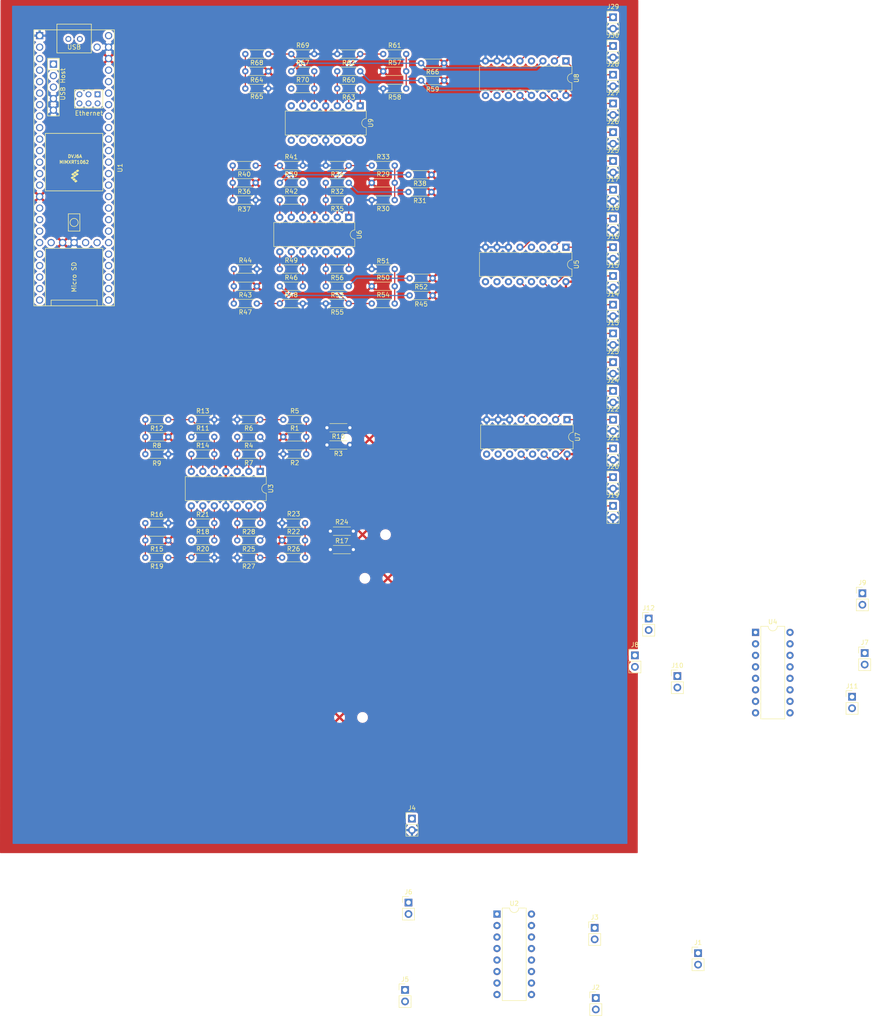
<source format=kicad_pcb>
(kicad_pcb (version 20171130) (host pcbnew "(5.1.8)-1")
  (layers (0 F.Cu signal) (31 B.Cu signal) (34 B.Paste user) (35 F.Paste user) (36 B.SilkS user) (37 F.SilkS user) (38 B.Mask user) (39 F.Mask user) (44 Edge.Cuts user))
  (net 0 "")
  (net 1 GND)
  (net 2 /ampA0/mux0)
  (net 3 /ampA0/mux1)
  (net 4 /ampA0/mux2)
  (net 5 /ampA0/V2)
  (net 6 +3V3)
  (net 7 /ampA0/V1)
  (net 8 /ADC_IN_0)
  (net 9 /ampB0/mux0)
  (net 10 /ampB0/mux1)
  (net 11 /ampB0/mux2)
  (net 12 /ampB0/V2)
  (net 13 /ampB0/V1)
  (net 14 /ADC_IN_1)
  (net 15 /ampC0/mux0)
  (net 16 /ampC0/mux1)
  (net 17 /ampC0/mux2)
  (net 18 /ampC0/V2)
  (net 19 /ampC0/V1)
  (net 20 /ADC_IN_2)
  (net 21 /ampD0/mux0)
  (net 22 /ampD0/mux1)
  (net 23 /ampD0/mux2)
  (net 24 /ampD0/V2)
  (net 25 /ampD0/V1)
  (net 26 /ADC_IN_3)
  (net 27 /ampA1/mux0)
  (net 28 /ampA1/mux1)
  (net 29 /ampA1/mux2)
  (net 30 /ampA1/V2)
  (net 31 /ampA1/V1)
  (net 32 /ADC_IN_4)
  (net 33 /ampB1/mux0)
  (net 34 /ampB1/mux1)
  (net 35 /ampB1/mux2)
  (net 36 /ampB1/V2)
  (net 37 /ampB1/V1)
  (net 38 /ADC_IN_5)
  (net 39 /ampC1/mux0)
  (net 40 /ampC1/mux1)
  (net 41 /ampC1/mux2)
  (net 42 /ampC1/V2)
  (net 43 /ampC1/V1)
  (net 44 /ADC_IN_6)
  (net 45 /ampD1/mux0)
  (net 46 /ampD1/mux1)
  (net 47 /ampD1/mux2)
  (net 48 /ampD1/V2)
  (net 49 /ampD1/V1)
  (net 50 /ADC_IN_7)
  (net 51 /ampA2/mux0)
  (net 52 /ampA2/mux1)
  (net 53 /ampA2/mux2)
  (net 54 /ampA2/V2)
  (net 55 /ampA2/V1)
  (net 56 /ADC_IN_8)
  (net 57 /ampB2/mux0)
  (net 58 /ampB2/mux1)
  (net 59 /ampB2/mux2)
  (net 60 /ampB2/V2)
  (net 61 /ampB2/V1)
  (net 62 /ADC_IN_9)
  (net 63 /selA)
  (net 64 /selB)
  (net 65 "Net-(U5-Pad11)")
  (net 66 "Net-(U2-Pad11)")
  (net 67 "Net-(U2-Pad4)")
  (net 68 "Net-(U5-Pad4)")
  (net 69 "Net-(U8-Pad4)")
  (net 70 "Net-(U8-Pad11)")
  (net 71 "Net-(R39-Pad2)")
  (net 72 "Net-(R40-Pad1)")
  (net 73 "Net-(U1-Pad66)")
  (net 74 "Net-(U1-Pad67)")
  (net 75 "Net-(U1-Pad54)")
  (net 76 "Net-(U1-Pad53)")
  (net 77 "Net-(U1-Pad50)")
  (net 78 "Net-(U1-Pad62)")
  (net 79 "Net-(U1-Pad63)")
  (net 80 "Net-(U1-Pad64)")
  (net 81 "Net-(U1-Pad61)")
  (net 82 "Net-(U1-Pad65)")
  (net 83 "Net-(U1-Pad60)")
  (net 84 "Net-(U1-Pad18)")
  (net 85 "Net-(U1-Pad19)")
  (net 86 "Net-(U1-Pad20)")
  (net 87 "Net-(U1-Pad16)")
  (net 88 "Net-(U1-Pad14)")
  (net 89 "Net-(U1-Pad21)")
  (net 90 "Net-(U1-Pad24)")
  (net 91 "Net-(U1-Pad25)")
  (net 92 "Net-(U1-Pad26)")
  (net 93 "Net-(U1-Pad27)")
  (net 94 "Net-(U1-Pad28)")
  (net 95 "Net-(U1-Pad29)")
  (net 96 "Net-(U1-Pad30)")
  (net 97 "Net-(U1-Pad31)")
  (net 98 "Net-(U1-Pad32)")
  (net 99 "Net-(U1-Pad33)")
  (net 100 "Net-(U1-Pad34)")
  (net 101 "Net-(U1-Pad13)")
  (net 102 "Net-(U1-Pad12)")
  (net 103 "Net-(U1-Pad11)")
  (net 104 "Net-(U1-Pad10)")
  (net 105 "Net-(U1-Pad9)")
  (net 106 "Net-(U1-Pad8)")
  (net 107 "Net-(U1-Pad7)")
  (net 108 "Net-(U1-Pad6)")
  (net 109 "Net-(U1-Pad5)")
  (net 110 "Net-(U1-Pad4)")
  (net 111 "Net-(U1-Pad3)")
  (net 112 "Net-(U1-Pad35)")
  (net 113 "Net-(U1-Pad48)")
  (net 114 "Net-(U1-Pad55)")
  (net 115 "Net-(U1-Pad56)")
  (net 116 "Net-(U1-Pad57)")
  (net 117 "Net-(U1-Pad49)")
  (net 118 "Net-(U4-Pad4)")
  (net 119 "Net-(U4-Pad11)")
  (net 120 "Net-(U7-Pad4)")
  (net 121 "Net-(U7-Pad11)")
  (net 122 "Net-(U1-Pad17)")
  (net 123 "Net-(U1-Pad2)")
  (net 124 "Net-(R4-Pad2)")
  (net 125 "Net-(R5-Pad1)")
  (net 126 "Net-(R11-Pad2)")
  (net 127 "Net-(R12-Pad1)")
  (net 128 "Net-(R18-Pad2)")
  (net 129 "Net-(R19-Pad1)")
  (net 130 "Net-(R25-Pad2)")
  (net 131 "Net-(R26-Pad1)")
  (net 132 "Net-(R32-Pad2)")
  (net 133 "Net-(R33-Pad1)")
  (net 134 "Net-(R46-Pad2)")
  (net 135 "Net-(R47-Pad1)")
  (net 136 "Net-(R53-Pad2)")
  (net 137 "Net-(R54-Pad1)")
  (net 138 "Net-(R60-Pad2)")
  (net 139 "Net-(R61-Pad1)")
  (net 140 "Net-(R67-Pad2)")
  (net 141 "Net-(R68-Pad1)")
  (module Resistor_THT:R_Axial_DIN0204_L3.6mm_D1.6mm_P5.08mm_Horizontal (layer F.Cu) (at 214.884 64.77 180)
    (fp_text reference R66 (at 2.54 -1.92) (layer F.SilkS))
    (fp_text value 560)
    (pad 2 thru_hole oval (at 5.08 0 180) (size 1.4 1.4) (drill 0.7) (layers *.Cu *.Mask) (net 61 /ampB2/V1))
    (pad 1 thru_hole circle (at 0 0 180) (size 1.4 1.4) (drill 0.7) (layers *.Cu *.Mask) (net 6 +3V3))
  )
  (module Resistor_THT:R_Axial_DIN0204_L3.6mm_D1.6mm_P5.08mm_Horizontal (layer F.Cu) (at 214.884 68.58 180)
    (fp_text reference R59 (at 2.54 -1.92) (layer F.SilkS))
    (fp_text value 560)
    (pad 2 thru_hole oval (at 5.08 0 180) (size 1.4 1.4) (drill 0.7) (layers *.Cu *.Mask) (net 55 /ampA2/V1))
    (pad 1 thru_hole circle (at 0 0 180) (size 1.4 1.4) (drill 0.7) (layers *.Cu *.Mask) (net 6 +3V3))
  )
  (module Resistor_THT:R_Axial_DIN0204_L3.6mm_D1.6mm_P5.08mm_Horizontal (layer F.Cu) (at 212.344 112.268 180)
    (fp_text reference R52 (at 2.54 -1.92) (layer F.SilkS))
    (fp_text value 560)
    (pad 2 thru_hole oval (at 5.08 0 180) (size 1.4 1.4) (drill 0.7) (layers *.Cu *.Mask) (net 49 /ampD1/V1))
    (pad 1 thru_hole circle (at 0 0 180) (size 1.4 1.4) (drill 0.7) (layers *.Cu *.Mask) (net 6 +3V3))
  )
  (module Resistor_THT:R_Axial_DIN0204_L3.6mm_D1.6mm_P5.08mm_Horizontal (layer F.Cu) (at 212.344 116.078 180)
    (fp_text reference R45 (at 2.54 -1.92) (layer F.SilkS))
    (fp_text value 560)
    (pad 2 thru_hole oval (at 5.08 0 180) (size 1.4 1.4) (drill 0.7) (layers *.Cu *.Mask) (net 43 /ampC1/V1))
    (pad 1 thru_hole circle (at 0 0 180) (size 1.4 1.4) (drill 0.7) (layers *.Cu *.Mask) (net 6 +3V3))
  )
  (module Resistor_THT:R_Axial_DIN0204_L3.6mm_D1.6mm_P5.08mm_Horizontal (layer F.Cu) (at 212.09 89.408 180)
    (fp_text reference R38 (at 2.54 -1.92) (layer F.SilkS))
    (fp_text value 560)
    (pad 2 thru_hole oval (at 5.08 0 180) (size 1.4 1.4) (drill 0.7) (layers *.Cu *.Mask) (net 37 /ampB1/V1))
    (pad 1 thru_hole circle (at 0 0 180) (size 1.4 1.4) (drill 0.7) (layers *.Cu *.Mask) (net 6 +3V3))
  )
  (module Resistor_THT:R_Axial_DIN0204_L3.6mm_D1.6mm_P5.08mm_Horizontal (layer F.Cu) (at 212.09 93.218 180)
    (fp_text reference R31 (at 2.54 -1.92) (layer F.SilkS))
    (fp_text value 560)
    (pad 1 thru_hole circle (at 0 0 180) (size 1.4 1.4) (drill 0.7) (layers *.Cu *.Mask) (net 6 +3V3))
    (pad 2 thru_hole oval (at 5.08 0 180) (size 1.4 1.4) (drill 0.7) (layers *.Cu *.Mask) (net 31 /ampA1/V1))
  )
  (module Resistor_THT:R_Axial_DIN0204_L3.6mm_D1.6mm_P5.08mm_Horizontal (layer F.Cu) (at 194.818 168.148 180)
    (fp_text reference R24 (at 2.54 2.032) (layer F.SilkS))
    (fp_text value 560)
    (pad 2 thru_hole oval (at 5.08 0 180) (size 1.4 1.4) (drill 0.7) (layers *.Cu *.Mask) (net 25 /ampD0/V1))
    (pad 1 thru_hole circle (at 0 0 180) (size 1.4 1.4) (drill 0.7) (layers *.Cu *.Mask) (net 6 +3V3))
  )
  (module Resistor_THT:R_Axial_DIN0204_L3.6mm_D1.6mm_P5.08mm_Horizontal (layer F.Cu) (at 189.738 172.212)
    (fp_text reference R17 (at 2.54 -1.92) (layer F.SilkS))
    (fp_text value 560)
    (pad 2 thru_hole oval (at 5.08 0) (size 1.4 1.4) (drill 0.7) (layers *.Cu *.Mask) (net 19 /ampC0/V1))
    (pad 1 thru_hole circle (at 0 0) (size 1.4 1.4) (drill 0.7) (layers *.Cu *.Mask) (net 6 +3V3))
  )
  (module Resistor_THT:R_Axial_DIN0204_L3.6mm_D1.6mm_P5.08mm_Horizontal (layer F.Cu) (at 194.056 145.288 180)
    (fp_text reference R10 (at 2.54 -1.92) (layer F.SilkS))
    (fp_text value 560)
    (pad 2 thru_hole oval (at 5.08 0 180) (size 1.4 1.4) (drill 0.7) (layers *.Cu *.Mask) (net 13 /ampB0/V1))
    (pad 1 thru_hole circle (at 0 0 180) (size 1.4 1.4) (drill 0.7) (layers *.Cu *.Mask) (net 6 +3V3))
  )
  (module Resistor_THT:R_Axial_DIN0204_L3.6mm_D1.6mm_P5.08mm_Horizontal (layer F.Cu) (at 194.056 149.098 180)
    (fp_text reference R3 (at 2.54 -1.92) (layer F.SilkS))
    (fp_text value 560)
    (pad 2 thru_hole oval (at 5.08 0 180) (size 1.4 1.4) (drill 0.7) (layers *.Cu *.Mask) (net 7 /ampA0/V1))
    (pad 1 thru_hole circle (at 0 0 180) (size 1.4 1.4) (drill 0.7) (layers *.Cu *.Mask) (net 6 +3V3))
  )
  (module Connector_PinHeader_2.54mm:PinHeader_1x02_P2.54mm_Vertical (layer F.Cu) (at 252.222 60.96)
    (fp_text reference J30 (at 0 -2.33) (layer F.SilkS))
    (fp_text value "screw term")
    (pad 2 thru_hole oval (at 0 2.54) (size 1.7 1.7) (drill 1) (layers *.Cu *.Mask) (net 1 GND))
    (pad 1 thru_hole rect (at 0 0) (size 1.7 1.7) (drill 1) (layers *.Cu *.Mask) (net 59 /ampB2/mux2))
  )
  (module Connector_PinHeader_2.54mm:PinHeader_1x02_P2.54mm_Vertical (layer F.Cu) (at 252.222 54.61)
    (fp_text reference J29 (at 0 -2.33) (layer F.SilkS))
    (fp_text value "screw term")
    (pad 2 thru_hole oval (at 0 2.54) (size 1.7 1.7) (drill 1) (layers *.Cu *.Mask) (net 1 GND))
    (pad 1 thru_hole rect (at 0 0) (size 1.7 1.7) (drill 1) (layers *.Cu *.Mask) (net 58 /ampB2/mux1))
  )
  (module Connector_PinHeader_2.54mm:PinHeader_1x02_P2.54mm_Vertical (layer F.Cu) (at 252.222 67.31)
    (fp_text reference J28 (at 0 -2.33) (layer F.SilkS))
    (fp_text value "screw term")
    (pad 2 thru_hole oval (at 0 2.54) (size 1.7 1.7) (drill 1) (layers *.Cu *.Mask) (net 1 GND))
    (pad 1 thru_hole rect (at 0 0) (size 1.7 1.7) (drill 1) (layers *.Cu *.Mask) (net 57 /ampB2/mux0))
  )
  (module Connector_PinHeader_2.54mm:PinHeader_1x02_P2.54mm_Vertical (layer F.Cu) (at 252.222 73.66)
    (fp_text reference J27 (at 0 -2.33) (layer F.SilkS))
    (fp_text value "screw term")
    (pad 2 thru_hole oval (at 0 2.54) (size 1.7 1.7) (drill 1) (layers *.Cu *.Mask) (net 1 GND))
    (pad 1 thru_hole rect (at 0 0) (size 1.7 1.7) (drill 1) (layers *.Cu *.Mask) (net 53 /ampA2/mux2))
  )
  (module Connector_PinHeader_2.54mm:PinHeader_1x02_P2.54mm_Vertical (layer F.Cu) (at 252.222 80.01)
    (fp_text reference J26 (at 0 -2.33) (layer F.SilkS))
    (fp_text value "screw term")
    (pad 2 thru_hole oval (at 0 2.54) (size 1.7 1.7) (drill 1) (layers *.Cu *.Mask) (net 1 GND))
    (pad 1 thru_hole rect (at 0 0) (size 1.7 1.7) (drill 1) (layers *.Cu *.Mask) (net 52 /ampA2/mux1))
  )
  (module Connector_PinHeader_2.54mm:PinHeader_1x02_P2.54mm_Vertical (layer F.Cu) (at 252.222 86.36)
    (fp_text reference J25 (at 0 -2.33) (layer F.SilkS))
    (fp_text value "screw term")
    (pad 2 thru_hole oval (at 0 2.54) (size 1.7 1.7) (drill 1) (layers *.Cu *.Mask) (net 1 GND))
    (pad 1 thru_hole rect (at 0 0) (size 1.7 1.7) (drill 1) (layers *.Cu *.Mask) (net 51 /ampA2/mux0))
  )
  (module Connector_PinHeader_2.54mm:PinHeader_1x02_P2.54mm_Vertical (layer F.Cu) (at 252.222 137.16)
    (fp_text reference J24 (at 0 -2.33) (layer F.SilkS))
    (fp_text value "screw term")
    (pad 2 thru_hole oval (at 0 2.54) (size 1.7 1.7) (drill 1) (layers *.Cu *.Mask) (net 1 GND))
    (pad 1 thru_hole rect (at 0 0) (size 1.7 1.7) (drill 1) (layers *.Cu *.Mask) (net 47 /ampD1/mux2))
  )
  (module Connector_PinHeader_2.54mm:PinHeader_1x02_P2.54mm_Vertical (layer F.Cu) (at 252.222 130.81)
    (fp_text reference J23 (at 0 -2.33) (layer F.SilkS))
    (fp_text value "screw term")
    (pad 2 thru_hole oval (at 0 2.54) (size 1.7 1.7) (drill 1) (layers *.Cu *.Mask) (net 1 GND))
    (pad 1 thru_hole rect (at 0 0) (size 1.7 1.7) (drill 1) (layers *.Cu *.Mask) (net 46 /ampD1/mux1))
  )
  (module Connector_PinHeader_2.54mm:PinHeader_1x02_P2.54mm_Vertical (layer F.Cu) (at 252.222 143.51)
    (fp_text reference J22 (at 0 -2.33) (layer F.SilkS))
    (fp_text value "screw term")
    (pad 2 thru_hole oval (at 0 2.54) (size 1.7 1.7) (drill 1) (layers *.Cu *.Mask) (net 1 GND))
    (pad 1 thru_hole rect (at 0 0) (size 1.7 1.7) (drill 1) (layers *.Cu *.Mask) (net 45 /ampD1/mux0))
  )
  (module Connector_PinHeader_2.54mm:PinHeader_1x02_P2.54mm_Vertical (layer F.Cu) (at 252.222 149.86)
    (fp_text reference J21 (at 0 -2.33) (layer F.SilkS))
    (fp_text value "screw term")
    (pad 2 thru_hole oval (at 0 2.54) (size 1.7 1.7) (drill 1) (layers *.Cu *.Mask) (net 1 GND))
    (pad 1 thru_hole rect (at 0 0) (size 1.7 1.7) (drill 1) (layers *.Cu *.Mask) (net 41 /ampC1/mux2))
  )
  (module Connector_PinHeader_2.54mm:PinHeader_1x02_P2.54mm_Vertical (layer F.Cu) (at 252.222 156.21)
    (fp_text reference J20 (at 0 -2.33) (layer F.SilkS))
    (fp_text value "screw term")
    (pad 2 thru_hole oval (at 0 2.54) (size 1.7 1.7) (drill 1) (layers *.Cu *.Mask) (net 1 GND))
    (pad 1 thru_hole rect (at 0 0) (size 1.7 1.7) (drill 1) (layers *.Cu *.Mask) (net 40 /ampC1/mux1))
  )
  (module Connector_PinHeader_2.54mm:PinHeader_1x02_P2.54mm_Vertical (layer F.Cu) (at 252.222 162.56)
    (fp_text reference J19 (at 0 -2.33) (layer F.SilkS))
    (fp_text value "screw term")
    (pad 2 thru_hole oval (at 0 2.54) (size 1.7 1.7) (drill 1) (layers *.Cu *.Mask) (net 1 GND))
    (pad 1 thru_hole rect (at 0 0) (size 1.7 1.7) (drill 1) (layers *.Cu *.Mask) (net 39 /ampC1/mux0))
  )
  (module Connector_PinHeader_2.54mm:PinHeader_1x02_P2.54mm_Vertical (layer F.Cu) (at 252.222 99.06)
    (fp_text reference J18 (at 0 -2.33) (layer F.SilkS))
    (fp_text value "screw term")
    (pad 2 thru_hole oval (at 0 2.54) (size 1.7 1.7) (drill 1) (layers *.Cu *.Mask) (net 1 GND))
    (pad 1 thru_hole rect (at 0 0) (size 1.7 1.7) (drill 1) (layers *.Cu *.Mask) (net 35 /ampB1/mux2))
  )
  (module Connector_PinHeader_2.54mm:PinHeader_1x02_P2.54mm_Vertical (layer F.Cu) (at 252.222 92.71)
    (fp_text reference J17 (at 0 -2.33) (layer F.SilkS))
    (fp_text value "screw term")
    (pad 2 thru_hole oval (at 0 2.54) (size 1.7 1.7) (drill 1) (layers *.Cu *.Mask) (net 1 GND))
    (pad 1 thru_hole rect (at 0 0) (size 1.7 1.7) (drill 1) (layers *.Cu *.Mask) (net 34 /ampB1/mux1))
  )
  (module Connector_PinHeader_2.54mm:PinHeader_1x02_P2.54mm_Vertical (layer F.Cu) (at 252.222 105.41)
    (fp_text reference J16 (at 0 -2.33) (layer F.SilkS))
    (fp_text value "screw term")
    (pad 2 thru_hole oval (at 0 2.54) (size 1.7 1.7) (drill 1) (layers *.Cu *.Mask) (net 1 GND))
    (pad 1 thru_hole rect (at 0 0) (size 1.7 1.7) (drill 1) (layers *.Cu *.Mask) (net 33 /ampB1/mux0))
  )
  (module Connector_PinHeader_2.54mm:PinHeader_1x02_P2.54mm_Vertical (layer F.Cu) (at 252.222 111.76)
    (fp_text reference J15 (at 0 -2.33) (layer F.SilkS))
    (fp_text value "screw term")
    (pad 2 thru_hole oval (at 0 2.54) (size 1.7 1.7) (drill 1) (layers *.Cu *.Mask) (net 1 GND))
    (pad 1 thru_hole rect (at 0 0) (size 1.7 1.7) (drill 1) (layers *.Cu *.Mask) (net 29 /ampA1/mux2))
  )
  (module Connector_PinHeader_2.54mm:PinHeader_1x02_P2.54mm_Vertical (layer F.Cu) (at 252.222 118.11)
    (fp_text reference J14 (at 0 -2.33) (layer F.SilkS))
    (fp_text value "screw term")
    (pad 2 thru_hole oval (at 0 2.54) (size 1.7 1.7) (drill 1) (layers *.Cu *.Mask) (net 1 GND))
    (pad 1 thru_hole rect (at 0 0) (size 1.7 1.7) (drill 1) (layers *.Cu *.Mask) (net 28 /ampA1/mux1))
  )
  (module Connector_PinHeader_2.54mm:PinHeader_1x02_P2.54mm_Vertical (layer F.Cu) (at 252.222 124.46)
    (fp_text reference J13 (at 0 -2.33) (layer F.SilkS))
    (fp_text value "screw term")
    (pad 2 thru_hole oval (at 0 2.54) (size 1.7 1.7) (drill 1) (layers *.Cu *.Mask) (net 1 GND))
    (pad 1 thru_hole rect (at 0 0) (size 1.7 1.7) (drill 1) (layers *.Cu *.Mask) (net 27 /ampA1/mux0))
  )
  (module Connector_PinHeader_2.54mm:PinHeader_1x02_P2.54mm_Vertical (layer F.Cu) (at 260.096 187.452)
    (fp_text reference J12 (at 0 -2.33) (layer F.SilkS))
    (fp_text value "screw term")
    (pad 2 thru_hole oval (at 0 2.54) (size 1.7 1.7) (drill 1) (layers *.Cu *.Mask) (net 1 GND))
    (pad 1 thru_hole rect (at 0 0) (size 1.7 1.7) (drill 1) (layers *.Cu *.Mask) (net 23 /ampD0/mux2))
  )
  (module Connector_PinHeader_2.54mm:PinHeader_1x02_P2.54mm_Vertical (layer F.Cu) (at 305.054 204.724)
    (fp_text reference J11 (at 0 -2.33) (layer F.SilkS))
    (fp_text value "screw term")
    (pad 2 thru_hole oval (at 0 2.54) (size 1.7 1.7) (drill 1) (layers *.Cu *.Mask) (net 1 GND))
    (pad 1 thru_hole rect (at 0 0) (size 1.7 1.7) (drill 1) (layers *.Cu *.Mask) (net 22 /ampD0/mux1))
  )
  (module Connector_PinHeader_2.54mm:PinHeader_1x02_P2.54mm_Vertical (layer F.Cu) (at 266.446 200.152)
    (fp_text reference J10 (at 0 -2.33) (layer F.SilkS))
    (fp_text value "screw term")
    (pad 2 thru_hole oval (at 0 2.54) (size 1.7 1.7) (drill 1) (layers *.Cu *.Mask) (net 1 GND))
    (pad 1 thru_hole rect (at 0 0) (size 1.7 1.7) (drill 1) (layers *.Cu *.Mask) (net 21 /ampD0/mux0))
  )
  (module Connector_PinHeader_2.54mm:PinHeader_1x02_P2.54mm_Vertical (layer F.Cu) (at 307.34 181.864)
    (fp_text reference J9 (at 0 -2.33) (layer F.SilkS))
    (fp_text value "screw term")
    (pad 2 thru_hole oval (at 0 2.54) (size 1.7 1.7) (drill 1) (layers *.Cu *.Mask) (net 1 GND))
    (pad 1 thru_hole rect (at 0 0) (size 1.7 1.7) (drill 1) (layers *.Cu *.Mask) (net 17 /ampC0/mux2))
  )
  (module Connector_PinHeader_2.54mm:PinHeader_1x02_P2.54mm_Vertical (layer F.Cu) (at 257.048 195.58)
    (fp_text reference J8 (at 0 -2.33) (layer F.SilkS))
    (fp_text value "screw term")
    (pad 2 thru_hole oval (at 0 2.54) (size 1.7 1.7) (drill 1) (layers *.Cu *.Mask) (net 1 GND))
    (pad 1 thru_hole rect (at 0 0) (size 1.7 1.7) (drill 1) (layers *.Cu *.Mask) (net 16 /ampC0/mux1))
  )
  (module Connector_PinHeader_2.54mm:PinHeader_1x02_P2.54mm_Vertical (layer F.Cu) (at 307.848 195.072)
    (fp_text reference J7 (at 0 -2.33) (layer F.SilkS))
    (fp_text value "screw term")
    (pad 2 thru_hole oval (at 0 2.54) (size 1.7 1.7) (drill 1) (layers *.Cu *.Mask) (net 1 GND))
    (pad 1 thru_hole rect (at 0 0) (size 1.7 1.7) (drill 1) (layers *.Cu *.Mask) (net 15 /ampC0/mux0))
  )
  (module Connector_PinHeader_2.54mm:PinHeader_1x02_P2.54mm_Vertical (layer F.Cu) (at 207.01 250.19)
    (fp_text reference J6 (at 0 -2.33) (layer F.SilkS))
    (fp_text value "screw term")
    (pad 2 thru_hole oval (at 0 2.54) (size 1.7 1.7) (drill 1) (layers *.Cu *.Mask) (net 1 GND))
    (pad 1 thru_hole rect (at 0 0) (size 1.7 1.7) (drill 1) (layers *.Cu *.Mask) (net 11 /ampB0/mux2))
  )
  (module Connector_PinHeader_2.54mm:PinHeader_1x02_P2.54mm_Vertical (layer F.Cu) (at 206.248 269.494)
    (fp_text reference J5 (at 0 -2.33) (layer F.SilkS))
    (fp_text value "screw term")
    (pad 2 thru_hole oval (at 0 2.54) (size 1.7 1.7) (drill 1) (layers *.Cu *.Mask) (net 1 GND))
    (pad 1 thru_hole rect (at 0 0) (size 1.7 1.7) (drill 1) (layers *.Cu *.Mask) (net 10 /ampB0/mux1))
  )
  (module Connector_PinHeader_2.54mm:PinHeader_1x02_P2.54mm_Vertical (layer F.Cu) (at 207.772 231.648)
    (fp_text reference J4 (at 0 -2.33) (layer F.SilkS))
    (fp_text value "screw term")
    (pad 2 thru_hole oval (at 0 2.54) (size 1.7 1.7) (drill 1) (layers *.Cu *.Mask) (net 1 GND))
    (pad 1 thru_hole rect (at 0 0) (size 1.7 1.7) (drill 1) (layers *.Cu *.Mask) (net 9 /ampB0/mux0))
  )
  (module Connector_PinHeader_2.54mm:PinHeader_1x02_P2.54mm_Vertical (layer F.Cu) (at 248.158 255.778)
    (fp_text reference J3 (at 0 -2.33) (layer F.SilkS))
    (fp_text value "screw term")
    (pad 2 thru_hole oval (at 0 2.54) (size 1.7 1.7) (drill 1) (layers *.Cu *.Mask) (net 1 GND))
    (pad 1 thru_hole rect (at 0 0) (size 1.7 1.7) (drill 1) (layers *.Cu *.Mask) (net 4 /ampA0/mux2))
  )
  (module Connector_PinHeader_2.54mm:PinHeader_1x02_P2.54mm_Vertical (layer F.Cu) (at 248.412 271.272)
    (fp_text reference J2 (at 0 -2.33) (layer F.SilkS))
    (fp_text value "screw term")
    (pad 2 thru_hole oval (at 0 2.54) (size 1.7 1.7) (drill 1) (layers *.Cu *.Mask) (net 1 GND))
    (pad 1 thru_hole rect (at 0 0) (size 1.7 1.7) (drill 1) (layers *.Cu *.Mask) (net 3 /ampA0/mux1))
  )
  (module Connector_PinHeader_2.54mm:PinHeader_1x02_P2.54mm_Vertical (layer F.Cu) (at 271.018 261.366)
    (fp_text reference J1 (at 0 -2.33) (layer F.SilkS))
    (fp_text value "screw term")
    (pad 2 thru_hole oval (at 0 2.54) (size 1.7 1.7) (drill 1) (layers *.Cu *.Mask) (net 1 GND))
    (pad 1 thru_hole rect (at 0 0) (size 1.7 1.7) (drill 1) (layers *.Cu *.Mask) (net 2 /ampA0/mux0))
  )
  (module Package_DIP:DIP-14_W7.62mm (layer F.Cu) (at 196.342 74.168 270)
    (fp_text reference U9 (at 3.81 -2.33 90) (layer F.SilkS))
    (fp_text value MCP6004)
    (pad 14 thru_hole oval (at 7.62 0 270) (size 1.6 1.6) (drill 0.8) (layers *.Cu *.Mask))
    (pad 7 thru_hole oval (at 0 15.24 270) (size 1.6 1.6) (drill 0.8) (layers *.Cu *.Mask) (net 62 /ADC_IN_9))
    (pad 13 thru_hole oval (at 7.62 2.54 270) (size 1.6 1.6) (drill 0.8) (layers *.Cu *.Mask))
    (pad 6 thru_hole oval (at 0 12.7 270) (size 1.6 1.6) (drill 0.8) (layers *.Cu *.Mask) (net 141 "Net-(R68-Pad1)"))
    (pad 12 thru_hole oval (at 7.62 5.08 270) (size 1.6 1.6) (drill 0.8) (layers *.Cu *.Mask))
    (pad 5 thru_hole oval (at 0 10.16 270) (size 1.6 1.6) (drill 0.8) (layers *.Cu *.Mask) (net 140 "Net-(R67-Pad2)"))
    (pad 11 thru_hole oval (at 7.62 7.62 270) (size 1.6 1.6) (drill 0.8) (layers *.Cu *.Mask) (net 1 GND))
    (pad 4 thru_hole oval (at 0 7.62 270) (size 1.6 1.6) (drill 0.8) (layers *.Cu *.Mask) (net 6 +3V3))
    (pad 10 thru_hole oval (at 7.62 10.16 270) (size 1.6 1.6) (drill 0.8) (layers *.Cu *.Mask))
    (pad 3 thru_hole oval (at 0 5.08 270) (size 1.6 1.6) (drill 0.8) (layers *.Cu *.Mask) (net 138 "Net-(R60-Pad2)"))
    (pad 9 thru_hole oval (at 7.62 12.7 270) (size 1.6 1.6) (drill 0.8) (layers *.Cu *.Mask))
    (pad 2 thru_hole oval (at 0 2.54 270) (size 1.6 1.6) (drill 0.8) (layers *.Cu *.Mask) (net 139 "Net-(R61-Pad1)"))
    (pad 8 thru_hole oval (at 7.62 15.24 270) (size 1.6 1.6) (drill 0.8) (layers *.Cu *.Mask))
    (pad 1 thru_hole rect (at 0 0 270) (size 1.6 1.6) (drill 0.8) (layers *.Cu *.Mask) (net 56 /ADC_IN_8))
  )
  (module Package_DIP:DIP-16_W7.62mm (layer F.Cu) (at 241.808 64.262 270)
    (fp_text reference U8 (at 3.81 -2.33 90) (layer F.SilkS))
    (fp_text value Mux)
    (pad 16 thru_hole oval (at 7.62 0 270) (size 1.6 1.6) (drill 0.8) (layers *.Cu *.Mask) (net 6 +3V3))
    (pad 8 thru_hole oval (at 0 17.78 270) (size 1.6 1.6) (drill 0.8) (layers *.Cu *.Mask) (net 1 GND))
    (pad 15 thru_hole oval (at 7.62 2.54 270) (size 1.6 1.6) (drill 0.8) (layers *.Cu *.Mask) (net 53 /ampA2/mux2))
    (pad 7 thru_hole oval (at 0 15.24 270) (size 1.6 1.6) (drill 0.8) (layers *.Cu *.Mask) (net 1 GND))
    (pad 14 thru_hole oval (at 7.62 5.08 270) (size 1.6 1.6) (drill 0.8) (layers *.Cu *.Mask) (net 52 /ampA2/mux1))
    (pad 6 thru_hole oval (at 0 12.7 270) (size 1.6 1.6) (drill 0.8) (layers *.Cu *.Mask) (net 1 GND))
    (pad 13 thru_hole oval (at 7.62 7.62 270) (size 1.6 1.6) (drill 0.8) (layers *.Cu *.Mask) (net 55 /ampA2/V1))
    (pad 5 thru_hole oval (at 0 10.16 270) (size 1.6 1.6) (drill 0.8) (layers *.Cu *.Mask) (net 58 /ampB2/mux1))
    (pad 12 thru_hole oval (at 7.62 10.16 270) (size 1.6 1.6) (drill 0.8) (layers *.Cu *.Mask) (net 51 /ampA2/mux0))
    (pad 4 thru_hole oval (at 0 7.62 270) (size 1.6 1.6) (drill 0.8) (layers *.Cu *.Mask) (net 69 "Net-(U8-Pad4)"))
    (pad 11 thru_hole oval (at 7.62 12.7 270) (size 1.6 1.6) (drill 0.8) (layers *.Cu *.Mask) (net 70 "Net-(U8-Pad11)"))
    (pad 3 thru_hole oval (at 0 5.08 270) (size 1.6 1.6) (drill 0.8) (layers *.Cu *.Mask) (net 61 /ampB2/V1))
    (pad 10 thru_hole oval (at 7.62 15.24 270) (size 1.6 1.6) (drill 0.8) (layers *.Cu *.Mask) (net 63 /selA))
    (pad 2 thru_hole oval (at 0 2.54 270) (size 1.6 1.6) (drill 0.8) (layers *.Cu *.Mask) (net 59 /ampB2/mux2))
    (pad 9 thru_hole oval (at 7.62 17.78 270) (size 1.6 1.6) (drill 0.8) (layers *.Cu *.Mask) (net 64 /selB))
    (pad 1 thru_hole rect (at 0 0 270) (size 1.6 1.6) (drill 0.8) (layers *.Cu *.Mask) (net 57 /ampB2/mux0))
  )
  (module Package_DIP:DIP-16_W7.62mm (layer F.Cu) (at 242.062 143.51 270)
    (fp_text reference U7 (at 3.81 -2.33 90) (layer F.SilkS))
    (fp_text value Mux)
    (pad 16 thru_hole oval (at 7.62 0 270) (size 1.6 1.6) (drill 0.8) (layers *.Cu *.Mask) (net 6 +3V3))
    (pad 8 thru_hole oval (at 0 17.78 270) (size 1.6 1.6) (drill 0.8) (layers *.Cu *.Mask) (net 1 GND))
    (pad 15 thru_hole oval (at 7.62 2.54 270) (size 1.6 1.6) (drill 0.8) (layers *.Cu *.Mask) (net 41 /ampC1/mux2))
    (pad 7 thru_hole oval (at 0 15.24 270) (size 1.6 1.6) (drill 0.8) (layers *.Cu *.Mask) (net 1 GND))
    (pad 14 thru_hole oval (at 7.62 5.08 270) (size 1.6 1.6) (drill 0.8) (layers *.Cu *.Mask) (net 40 /ampC1/mux1))
    (pad 6 thru_hole oval (at 0 12.7 270) (size 1.6 1.6) (drill 0.8) (layers *.Cu *.Mask) (net 1 GND))
    (pad 13 thru_hole oval (at 7.62 7.62 270) (size 1.6 1.6) (drill 0.8) (layers *.Cu *.Mask) (net 43 /ampC1/V1))
    (pad 5 thru_hole oval (at 0 10.16 270) (size 1.6 1.6) (drill 0.8) (layers *.Cu *.Mask) (net 46 /ampD1/mux1))
    (pad 12 thru_hole oval (at 7.62 10.16 270) (size 1.6 1.6) (drill 0.8) (layers *.Cu *.Mask) (net 39 /ampC1/mux0))
    (pad 4 thru_hole oval (at 0 7.62 270) (size 1.6 1.6) (drill 0.8) (layers *.Cu *.Mask) (net 120 "Net-(U7-Pad4)"))
    (pad 11 thru_hole oval (at 7.62 12.7 270) (size 1.6 1.6) (drill 0.8) (layers *.Cu *.Mask) (net 121 "Net-(U7-Pad11)"))
    (pad 3 thru_hole oval (at 0 5.08 270) (size 1.6 1.6) (drill 0.8) (layers *.Cu *.Mask) (net 49 /ampD1/V1))
    (pad 10 thru_hole oval (at 7.62 15.24 270) (size 1.6 1.6) (drill 0.8) (layers *.Cu *.Mask) (net 63 /selA))
    (pad 2 thru_hole oval (at 0 2.54 270) (size 1.6 1.6) (drill 0.8) (layers *.Cu *.Mask) (net 47 /ampD1/mux2))
    (pad 9 thru_hole oval (at 7.62 17.78 270) (size 1.6 1.6) (drill 0.8) (layers *.Cu *.Mask) (net 64 /selB))
    (pad 1 thru_hole rect (at 0 0 270) (size 1.6 1.6) (drill 0.8) (layers *.Cu *.Mask) (net 45 /ampD1/mux0))
  )
  (module Package_DIP:DIP-14_W7.62mm (layer F.Cu) (at 193.802 98.806 270)
    (fp_text reference U6 (at 3.81 -2.33 90) (layer F.SilkS))
    (fp_text value MCP6004)
    (pad 1 thru_hole rect (at 0 0 270) (size 1.6 1.6) (drill 0.8) (layers *.Cu *.Mask) (net 32 /ADC_IN_4))
    (pad 8 thru_hole oval (at 7.62 15.24 270) (size 1.6 1.6) (drill 0.8) (layers *.Cu *.Mask) (net 44 /ADC_IN_6))
    (pad 2 thru_hole oval (at 0 2.54 270) (size 1.6 1.6) (drill 0.8) (layers *.Cu *.Mask) (net 133 "Net-(R33-Pad1)"))
    (pad 9 thru_hole oval (at 7.62 12.7 270) (size 1.6 1.6) (drill 0.8) (layers *.Cu *.Mask) (net 135 "Net-(R47-Pad1)"))
    (pad 3 thru_hole oval (at 0 5.08 270) (size 1.6 1.6) (drill 0.8) (layers *.Cu *.Mask) (net 132 "Net-(R32-Pad2)"))
    (pad 10 thru_hole oval (at 7.62 10.16 270) (size 1.6 1.6) (drill 0.8) (layers *.Cu *.Mask) (net 134 "Net-(R46-Pad2)"))
    (pad 4 thru_hole oval (at 0 7.62 270) (size 1.6 1.6) (drill 0.8) (layers *.Cu *.Mask) (net 6 +3V3))
    (pad 11 thru_hole oval (at 7.62 7.62 270) (size 1.6 1.6) (drill 0.8) (layers *.Cu *.Mask) (net 1 GND))
    (pad 5 thru_hole oval (at 0 10.16 270) (size 1.6 1.6) (drill 0.8) (layers *.Cu *.Mask) (net 71 "Net-(R39-Pad2)"))
    (pad 12 thru_hole oval (at 7.62 5.08 270) (size 1.6 1.6) (drill 0.8) (layers *.Cu *.Mask) (net 136 "Net-(R53-Pad2)"))
    (pad 6 thru_hole oval (at 0 12.7 270) (size 1.6 1.6) (drill 0.8) (layers *.Cu *.Mask) (net 72 "Net-(R40-Pad1)"))
    (pad 13 thru_hole oval (at 7.62 2.54 270) (size 1.6 1.6) (drill 0.8) (layers *.Cu *.Mask) (net 137 "Net-(R54-Pad1)"))
    (pad 7 thru_hole oval (at 0 15.24 270) (size 1.6 1.6) (drill 0.8) (layers *.Cu *.Mask) (net 38 /ADC_IN_5))
    (pad 14 thru_hole oval (at 7.62 0 270) (size 1.6 1.6) (drill 0.8) (layers *.Cu *.Mask) (net 50 /ADC_IN_7))
  )
  (module Package_DIP:DIP-16_W7.62mm (layer F.Cu) (at 241.808 105.41 270)
    (fp_text reference U5 (at 3.81 -2.33 90) (layer F.SilkS))
    (fp_text value Mux)
    (pad 16 thru_hole oval (at 7.62 0 270) (size 1.6 1.6) (drill 0.8) (layers *.Cu *.Mask) (net 6 +3V3))
    (pad 8 thru_hole oval (at 0 17.78 270) (size 1.6 1.6) (drill 0.8) (layers *.Cu *.Mask) (net 1 GND))
    (pad 15 thru_hole oval (at 7.62 2.54 270) (size 1.6 1.6) (drill 0.8) (layers *.Cu *.Mask) (net 29 /ampA1/mux2))
    (pad 7 thru_hole oval (at 0 15.24 270) (size 1.6 1.6) (drill 0.8) (layers *.Cu *.Mask) (net 1 GND))
    (pad 14 thru_hole oval (at 7.62 5.08 270) (size 1.6 1.6) (drill 0.8) (layers *.Cu *.Mask) (net 28 /ampA1/mux1))
    (pad 6 thru_hole oval (at 0 12.7 270) (size 1.6 1.6) (drill 0.8) (layers *.Cu *.Mask) (net 1 GND))
    (pad 13 thru_hole oval (at 7.62 7.62 270) (size 1.6 1.6) (drill 0.8) (layers *.Cu *.Mask) (net 31 /ampA1/V1))
    (pad 5 thru_hole oval (at 0 10.16 270) (size 1.6 1.6) (drill 0.8) (layers *.Cu *.Mask) (net 34 /ampB1/mux1))
    (pad 12 thru_hole oval (at 7.62 10.16 270) (size 1.6 1.6) (drill 0.8) (layers *.Cu *.Mask) (net 27 /ampA1/mux0))
    (pad 4 thru_hole oval (at 0 7.62 270) (size 1.6 1.6) (drill 0.8) (layers *.Cu *.Mask) (net 68 "Net-(U5-Pad4)"))
    (pad 11 thru_hole oval (at 7.62 12.7 270) (size 1.6 1.6) (drill 0.8) (layers *.Cu *.Mask) (net 65 "Net-(U5-Pad11)"))
    (pad 3 thru_hole oval (at 0 5.08 270) (size 1.6 1.6) (drill 0.8) (layers *.Cu *.Mask) (net 37 /ampB1/V1))
    (pad 10 thru_hole oval (at 7.62 15.24 270) (size 1.6 1.6) (drill 0.8) (layers *.Cu *.Mask) (net 63 /selA))
    (pad 2 thru_hole oval (at 0 2.54 270) (size 1.6 1.6) (drill 0.8) (layers *.Cu *.Mask) (net 35 /ampB1/mux2))
    (pad 9 thru_hole oval (at 7.62 17.78 270) (size 1.6 1.6) (drill 0.8) (layers *.Cu *.Mask) (net 64 /selB))
    (pad 1 thru_hole rect (at 0 0 270) (size 1.6 1.6) (drill 0.8) (layers *.Cu *.Mask) (net 33 /ampB1/mux0))
  )
  (module Package_DIP:DIP-16_W7.62mm (layer F.Cu) (at 283.718 190.5)
    (fp_text reference U4 (at 3.81 -2.33) (layer F.SilkS))
    (fp_text value Mux)
    (pad 16 thru_hole oval (at 7.62 0) (size 1.6 1.6) (drill 0.8) (layers *.Cu *.Mask) (net 6 +3V3))
    (pad 8 thru_hole oval (at 0 17.78) (size 1.6 1.6) (drill 0.8) (layers *.Cu *.Mask) (net 1 GND))
    (pad 15 thru_hole oval (at 7.62 2.54) (size 1.6 1.6) (drill 0.8) (layers *.Cu *.Mask) (net 17 /ampC0/mux2))
    (pad 7 thru_hole oval (at 0 15.24) (size 1.6 1.6) (drill 0.8) (layers *.Cu *.Mask) (net 1 GND))
    (pad 14 thru_hole oval (at 7.62 5.08) (size 1.6 1.6) (drill 0.8) (layers *.Cu *.Mask) (net 16 /ampC0/mux1))
    (pad 6 thru_hole oval (at 0 12.7) (size 1.6 1.6) (drill 0.8) (layers *.Cu *.Mask) (net 1 GND))
    (pad 13 thru_hole oval (at 7.62 7.62) (size 1.6 1.6) (drill 0.8) (layers *.Cu *.Mask) (net 19 /ampC0/V1))
    (pad 5 thru_hole oval (at 0 10.16) (size 1.6 1.6) (drill 0.8) (layers *.Cu *.Mask) (net 22 /ampD0/mux1))
    (pad 12 thru_hole oval (at 7.62 10.16) (size 1.6 1.6) (drill 0.8) (layers *.Cu *.Mask) (net 15 /ampC0/mux0))
    (pad 4 thru_hole oval (at 0 7.62) (size 1.6 1.6) (drill 0.8) (layers *.Cu *.Mask) (net 118 "Net-(U4-Pad4)"))
    (pad 11 thru_hole oval (at 7.62 12.7) (size 1.6 1.6) (drill 0.8) (layers *.Cu *.Mask) (net 119 "Net-(U4-Pad11)"))
    (pad 3 thru_hole oval (at 0 5.08) (size 1.6 1.6) (drill 0.8) (layers *.Cu *.Mask) (net 25 /ampD0/V1))
    (pad 10 thru_hole oval (at 7.62 15.24) (size 1.6 1.6) (drill 0.8) (layers *.Cu *.Mask) (net 63 /selA))
    (pad 2 thru_hole oval (at 0 2.54) (size 1.6 1.6) (drill 0.8) (layers *.Cu *.Mask) (net 23 /ampD0/mux2))
    (pad 9 thru_hole oval (at 7.62 17.78) (size 1.6 1.6) (drill 0.8) (layers *.Cu *.Mask) (net 64 /selB))
    (pad 1 thru_hole rect (at 0 0) (size 1.6 1.6) (drill 0.8) (layers *.Cu *.Mask) (net 21 /ampD0/mux0))
  )
  (module Package_DIP:DIP-14_W7.62mm (layer F.Cu) (at 174.244 154.94 270)
    (fp_text reference U3 (at 3.81 -2.33 90) (layer F.SilkS))
    (fp_text value MCP6004)
    (pad 14 thru_hole oval (at 7.62 0 270) (size 1.6 1.6) (drill 0.8) (layers *.Cu *.Mask) (net 26 /ADC_IN_3))
    (pad 7 thru_hole oval (at 0 15.24 270) (size 1.6 1.6) (drill 0.8) (layers *.Cu *.Mask) (net 14 /ADC_IN_1))
    (pad 13 thru_hole oval (at 7.62 2.54 270) (size 1.6 1.6) (drill 0.8) (layers *.Cu *.Mask) (net 131 "Net-(R26-Pad1)"))
    (pad 6 thru_hole oval (at 0 12.7 270) (size 1.6 1.6) (drill 0.8) (layers *.Cu *.Mask) (net 127 "Net-(R12-Pad1)"))
    (pad 12 thru_hole oval (at 7.62 5.08 270) (size 1.6 1.6) (drill 0.8) (layers *.Cu *.Mask) (net 130 "Net-(R25-Pad2)"))
    (pad 5 thru_hole oval (at 0 10.16 270) (size 1.6 1.6) (drill 0.8) (layers *.Cu *.Mask) (net 126 "Net-(R11-Pad2)"))
    (pad 11 thru_hole oval (at 7.62 7.62 270) (size 1.6 1.6) (drill 0.8) (layers *.Cu *.Mask) (net 1 GND))
    (pad 4 thru_hole oval (at 0 7.62 270) (size 1.6 1.6) (drill 0.8) (layers *.Cu *.Mask) (net 6 +3V3))
    (pad 10 thru_hole oval (at 7.62 10.16 270) (size 1.6 1.6) (drill 0.8) (layers *.Cu *.Mask) (net 128 "Net-(R18-Pad2)"))
    (pad 3 thru_hole oval (at 0 5.08 270) (size 1.6 1.6) (drill 0.8) (layers *.Cu *.Mask) (net 124 "Net-(R4-Pad2)"))
    (pad 9 thru_hole oval (at 7.62 12.7 270) (size 1.6 1.6) (drill 0.8) (layers *.Cu *.Mask) (net 129 "Net-(R19-Pad1)"))
    (pad 2 thru_hole oval (at 0 2.54 270) (size 1.6 1.6) (drill 0.8) (layers *.Cu *.Mask) (net 125 "Net-(R5-Pad1)"))
    (pad 8 thru_hole oval (at 7.62 15.24 270) (size 1.6 1.6) (drill 0.8) (layers *.Cu *.Mask) (net 20 /ADC_IN_2))
    (pad 1 thru_hole rect (at 0 0 270) (size 1.6 1.6) (drill 0.8) (layers *.Cu *.Mask) (net 8 /ADC_IN_0))
  )
  (module Package_DIP:DIP-16_W7.62mm (layer F.Cu) (at 226.568 252.73)
    (fp_text reference U2 (at 3.81 -2.33) (layer F.SilkS))
    (fp_text value Mux)
    (pad 16 thru_hole oval (at 7.62 0) (size 1.6 1.6) (drill 0.8) (layers *.Cu *.Mask) (net 6 +3V3))
    (pad 8 thru_hole oval (at 0 17.78) (size 1.6 1.6) (drill 0.8) (layers *.Cu *.Mask) (net 1 GND))
    (pad 15 thru_hole oval (at 7.62 2.54) (size 1.6 1.6) (drill 0.8) (layers *.Cu *.Mask) (net 4 /ampA0/mux2))
    (pad 7 thru_hole oval (at 0 15.24) (size 1.6 1.6) (drill 0.8) (layers *.Cu *.Mask) (net 1 GND))
    (pad 14 thru_hole oval (at 7.62 5.08) (size 1.6 1.6) (drill 0.8) (layers *.Cu *.Mask) (net 3 /ampA0/mux1))
    (pad 6 thru_hole oval (at 0 12.7) (size 1.6 1.6) (drill 0.8) (layers *.Cu *.Mask) (net 1 GND))
    (pad 13 thru_hole oval (at 7.62 7.62) (size 1.6 1.6) (drill 0.8) (layers *.Cu *.Mask) (net 7 /ampA0/V1))
    (pad 5 thru_hole oval (at 0 10.16) (size 1.6 1.6) (drill 0.8) (layers *.Cu *.Mask) (net 10 /ampB0/mux1))
    (pad 12 thru_hole oval (at 7.62 10.16) (size 1.6 1.6) (drill 0.8) (layers *.Cu *.Mask) (net 2 /ampA0/mux0))
    (pad 4 thru_hole oval (at 0 7.62) (size 1.6 1.6) (drill 0.8) (layers *.Cu *.Mask) (net 67 "Net-(U2-Pad4)"))
    (pad 11 thru_hole oval (at 7.62 12.7) (size 1.6 1.6) (drill 0.8) (layers *.Cu *.Mask) (net 66 "Net-(U2-Pad11)"))
    (pad 3 thru_hole oval (at 0 5.08) (size 1.6 1.6) (drill 0.8) (layers *.Cu *.Mask) (net 13 /ampB0/V1))
    (pad 10 thru_hole oval (at 7.62 15.24) (size 1.6 1.6) (drill 0.8) (layers *.Cu *.Mask) (net 63 /selA))
    (pad 2 thru_hole oval (at 0 2.54) (size 1.6 1.6) (drill 0.8) (layers *.Cu *.Mask) (net 11 /ampB0/mux2))
    (pad 9 thru_hole oval (at 7.62 17.78) (size 1.6 1.6) (drill 0.8) (layers *.Cu *.Mask) (net 64 /selB))
    (pad 1 thru_hole rect (at 0 0) (size 1.6 1.6) (drill 0.8) (layers *.Cu *.Mask) (net 9 /ampB0/mux0))
  )
  (module teensy:Teensy41 (layer F.Cu) (at 133.096 87.884 270)
    (fp_text reference U1 (at 0 -10.16 90) (layer F.SilkS))
    (fp_text value Teensy4.1)
    (fp_text user "USB Host" (at -18.4658 2.4892 90) (layer F.SilkS))
    (fp_text user Ethernet (at -12.065 -3.2766) (layer F.SilkS))
    (fp_text user USB (at -26.67 0 180) (layer F.SilkS))
    (fp_text user "Micro SD" (at 24.13 0 90) (layer F.SilkS))
    (fp_text user MIMXRT1062 (at -1.27 0 180) (layer F.SilkS) (effects (font (size 0.7 0.7))))
    (fp_text user DVJ6A (at -2.54 -0.18 180) (layer F.SilkS) (effects (font (size 0.7 0.7))))
    (pad 66 thru_hole circle (at -28.48 -1.27 270) (size 1.3 1.3) (drill 0.8) (layers *.Cu *.Mask) (net 73 "Net-(U1-Pad66)"))
    (pad 67 thru_hole circle (at -28.48 1.27 270) (size 1.3 1.3) (drill 0.8) (layers *.Cu *.Mask) (net 74 "Net-(U1-Pad67)"))
    (pad 54 thru_hole circle (at 16.51 -5.08 270) (size 1.6 1.6) (drill 1.1) (layers *.Cu *.Mask) (net 75 "Net-(U1-Pad54)"))
    (pad 53 thru_hole circle (at 16.51 -2.54 270) (size 1.6 1.6) (drill 1.1) (layers *.Cu *.Mask) (net 76 "Net-(U1-Pad53)"))
    (pad 52 thru_hole circle (at 16.51 0 270) (size 1.6 1.6) (drill 1.1) (layers *.Cu *.Mask) (net 1 GND))
    (pad 51 thru_hole circle (at 16.51 2.54 270) (size 1.6 1.6) (drill 1.1) (layers *.Cu *.Mask) (net 6 +3V3))
    (pad 50 thru_hole circle (at 16.51 5.08 270) (size 1.6 1.6) (drill 1.1) (layers *.Cu *.Mask) (net 77 "Net-(U1-Pad50)"))
    (pad 62 thru_hole circle (at -16.24 -1.1816 270) (size 1.3 1.3) (drill 0.8) (layers *.Cu *.Mask) (net 78 "Net-(U1-Pad62)"))
    (pad 63 thru_hole circle (at -14.24 -1.1816 270) (size 1.3 1.3) (drill 0.8) (layers *.Cu *.Mask) (net 79 "Net-(U1-Pad63)"))
    (pad 64 thru_hole circle (at -14.24 -3.1816 270) (size 1.3 1.3) (drill 0.8) (layers *.Cu *.Mask) (net 80 "Net-(U1-Pad64)"))
    (pad 61 thru_hole circle (at -16.24 -3.1816 270) (size 1.3 1.3) (drill 0.8) (layers *.Cu *.Mask) (net 81 "Net-(U1-Pad61)"))
    (pad 65 thru_hole circle (at -14.24 -5.1816 270) (size 1.3 1.3) (drill 0.8) (layers *.Cu *.Mask) (net 82 "Net-(U1-Pad65)"))
    (pad 60 thru_hole rect (at -16.24 -5.1816 270) (size 1.3 1.3) (drill 0.8) (layers *.Cu *.Mask) (net 83 "Net-(U1-Pad60)"))
    (pad 17 thru_hole circle (at 11.43 7.62 270) (size 1.6 1.6) (drill 1.1) (layers *.Cu *.Mask) (net 122 "Net-(U1-Pad17)"))
    (pad 18 thru_hole circle (at 13.97 7.62 270) (size 1.6 1.6) (drill 1.1) (layers *.Cu *.Mask) (net 84 "Net-(U1-Pad18)"))
    (pad 19 thru_hole circle (at 16.51 7.62 270) (size 1.6 1.6) (drill 1.1) (layers *.Cu *.Mask) (net 85 "Net-(U1-Pad19)"))
    (pad 20 thru_hole circle (at 19.05 7.62 270) (size 1.6 1.6) (drill 1.1) (layers *.Cu *.Mask) (net 86 "Net-(U1-Pad20)"))
    (pad 16 thru_hole circle (at 8.89 7.62 270) (size 1.6 1.6) (drill 1.1) (layers *.Cu *.Mask) (net 87 "Net-(U1-Pad16)"))
    (pad 15 thru_hole circle (at 6.35 7.62 270) (size 1.6 1.6) (drill 1.1) (layers *.Cu *.Mask) (net 6 +3V3))
    (pad 14 thru_hole circle (at 3.81 7.62 270) (size 1.6 1.6) (drill 1.1) (layers *.Cu *.Mask) (net 88 "Net-(U1-Pad14)"))
    (pad 21 thru_hole circle (at 21.59 7.62 270) (size 1.6 1.6) (drill 1.1) (layers *.Cu *.Mask) (net 89 "Net-(U1-Pad21)"))
    (pad 22 thru_hole circle (at 24.13 7.62 270) (size 1.6 1.6) (drill 1.1) (layers *.Cu *.Mask) (net 63 /selA))
    (pad 23 thru_hole circle (at 26.67 7.62 270) (size 1.6 1.6) (drill 1.1) (layers *.Cu *.Mask) (net 64 /selB))
    (pad 24 thru_hole circle (at 29.21 7.62 270) (size 1.6 1.6) (drill 1.1) (layers *.Cu *.Mask) (net 90 "Net-(U1-Pad24)"))
    (pad 25 thru_hole circle (at 29.21 -7.62 270) (size 1.6 1.6) (drill 1.1) (layers *.Cu *.Mask) (net 91 "Net-(U1-Pad25)"))
    (pad 26 thru_hole circle (at 26.67 -7.62 270) (size 1.6 1.6) (drill 1.1) (layers *.Cu *.Mask) (net 92 "Net-(U1-Pad26)"))
    (pad 27 thru_hole circle (at 24.13 -7.62 270) (size 1.6 1.6) (drill 1.1) (layers *.Cu *.Mask) (net 93 "Net-(U1-Pad27)"))
    (pad 28 thru_hole circle (at 21.59 -7.62 270) (size 1.6 1.6) (drill 1.1) (layers *.Cu *.Mask) (net 94 "Net-(U1-Pad28)"))
    (pad 29 thru_hole circle (at 19.05 -7.62 270) (size 1.6 1.6) (drill 1.1) (layers *.Cu *.Mask) (net 95 "Net-(U1-Pad29)"))
    (pad 30 thru_hole circle (at 16.51 -7.62 270) (size 1.6 1.6) (drill 1.1) (layers *.Cu *.Mask) (net 96 "Net-(U1-Pad30)"))
    (pad 31 thru_hole circle (at 13.97 -7.62 270) (size 1.6 1.6) (drill 1.1) (layers *.Cu *.Mask) (net 97 "Net-(U1-Pad31)"))
    (pad 32 thru_hole circle (at 11.43 -7.62 270) (size 1.6 1.6) (drill 1.1) (layers *.Cu *.Mask) (net 98 "Net-(U1-Pad32)"))
    (pad 33 thru_hole circle (at 8.89 -7.62 270) (size 1.6 1.6) (drill 1.1) (layers *.Cu *.Mask) (net 99 "Net-(U1-Pad33)"))
    (pad 34 thru_hole circle (at 6.35 -7.62 270) (size 1.6 1.6) (drill 1.1) (layers *.Cu *.Mask) (net 100 "Net-(U1-Pad34)"))
    (pad 13 thru_hole circle (at 1.27 7.62 270) (size 1.6 1.6) (drill 1.1) (layers *.Cu *.Mask) (net 101 "Net-(U1-Pad13)"))
    (pad 12 thru_hole circle (at -1.27 7.62 270) (size 1.6 1.6) (drill 1.1) (layers *.Cu *.Mask) (net 102 "Net-(U1-Pad12)"))
    (pad 11 thru_hole circle (at -3.81 7.62 270) (size 1.6 1.6) (drill 1.1) (layers *.Cu *.Mask) (net 103 "Net-(U1-Pad11)"))
    (pad 10 thru_hole circle (at -6.35 7.62 270) (size 1.6 1.6) (drill 1.1) (layers *.Cu *.Mask) (net 104 "Net-(U1-Pad10)"))
    (pad 9 thru_hole circle (at -8.89 7.62 270) (size 1.6 1.6) (drill 1.1) (layers *.Cu *.Mask) (net 105 "Net-(U1-Pad9)"))
    (pad 8 thru_hole circle (at -11.43 7.62 270) (size 1.6 1.6) (drill 1.1) (layers *.Cu *.Mask) (net 106 "Net-(U1-Pad8)"))
    (pad 7 thru_hole circle (at -13.97 7.62 270) (size 1.6 1.6) (drill 1.1) (layers *.Cu *.Mask) (net 107 "Net-(U1-Pad7)"))
    (pad 6 thru_hole circle (at -16.51 7.62 270) (size 1.6 1.6) (drill 1.1) (layers *.Cu *.Mask) (net 108 "Net-(U1-Pad6)"))
    (pad 5 thru_hole circle (at -19.05 7.62 270) (size 1.6 1.6) (drill 1.1) (layers *.Cu *.Mask) (net 109 "Net-(U1-Pad5)"))
    (pad 4 thru_hole circle (at -21.59 7.62 270) (size 1.6 1.6) (drill 1.1) (layers *.Cu *.Mask) (net 110 "Net-(U1-Pad4)"))
    (pad 3 thru_hole circle (at -24.13 7.62 270) (size 1.6 1.6) (drill 1.1) (layers *.Cu *.Mask) (net 111 "Net-(U1-Pad3)"))
    (pad 2 thru_hole circle (at -26.67 7.62 270) (size 1.6 1.6) (drill 1.1) (layers *.Cu *.Mask) (net 123 "Net-(U1-Pad2)"))
    (pad 1 thru_hole rect (at -29.21 7.62 270) (size 1.6 1.6) (drill 1.1) (layers *.Cu *.Mask) (net 1 GND))
    (pad 35 thru_hole circle (at 3.81 -7.62 270) (size 1.6 1.6) (drill 1.1) (layers *.Cu *.Mask) (net 112 "Net-(U1-Pad35)"))
    (pad 36 thru_hole circle (at 1.27 -7.62 270) (size 1.6 1.6) (drill 1.1) (layers *.Cu *.Mask) (net 8 /ADC_IN_0))
    (pad 37 thru_hole circle (at -1.27 -7.62 270) (size 1.6 1.6) (drill 1.1) (layers *.Cu *.Mask) (net 14 /ADC_IN_1))
    (pad 38 thru_hole circle (at -3.81 -7.62 270) (size 1.6 1.6) (drill 1.1) (layers *.Cu *.Mask) (net 20 /ADC_IN_2))
    (pad 39 thru_hole circle (at -6.35 -7.62 270) (size 1.6 1.6) (drill 1.1) (layers *.Cu *.Mask) (net 26 /ADC_IN_3))
    (pad 40 thru_hole circle (at -8.89 -7.62 270) (size 1.6 1.6) (drill 1.1) (layers *.Cu *.Mask) (net 32 /ADC_IN_4))
    (pad 41 thru_hole circle (at -11.43 -7.62 270) (size 1.6 1.6) (drill 1.1) (layers *.Cu *.Mask) (net 38 /ADC_IN_5))
    (pad 42 thru_hole circle (at -13.97 -7.62 270) (size 1.6 1.6) (drill 1.1) (layers *.Cu *.Mask) (net 44 /ADC_IN_6))
    (pad 43 thru_hole circle (at -16.51 -7.62 270) (size 1.6 1.6) (drill 1.1) (layers *.Cu *.Mask) (net 50 /ADC_IN_7))
    (pad 44 thru_hole circle (at -19.05 -7.62 270) (size 1.6 1.6) (drill 1.1) (layers *.Cu *.Mask) (net 56 /ADC_IN_8))
    (pad 45 thru_hole circle (at -21.59 -7.62 270) (size 1.6 1.6) (drill 1.1) (layers *.Cu *.Mask) (net 62 /ADC_IN_9))
    (pad 46 thru_hole circle (at -24.13 -7.62 270) (size 1.6 1.6) (drill 1.1) (layers *.Cu *.Mask) (net 6 +3V3))
    (pad 47 thru_hole circle (at -26.67 -7.62 270) (size 1.6 1.6) (drill 1.1) (layers *.Cu *.Mask) (net 1 GND))
    (pad 48 thru_hole circle (at -29.21 -7.62 270) (size 1.6 1.6) (drill 1.1) (layers *.Cu *.Mask) (net 113 "Net-(U1-Pad48)"))
    (pad 55 thru_hole rect (at -22.9108 4.5692 270) (size 1.6 1.6) (drill 1.1) (layers *.Cu *.Mask) (net 114 "Net-(U1-Pad55)"))
    (pad 56 thru_hole circle (at -20.3708 4.5692 270) (size 1.6 1.6) (drill 1.1) (layers *.Cu *.Mask) (net 115 "Net-(U1-Pad56)"))
    (pad 57 thru_hole circle (at -17.8308 4.5692 270) (size 1.6 1.6) (drill 1.1) (layers *.Cu *.Mask) (net 116 "Net-(U1-Pad57)"))
    (pad 58 thru_hole circle (at -15.2908 4.5692 270) (size 1.6 1.6) (drill 1.1) (layers *.Cu *.Mask) (net 1 GND))
    (pad 59 thru_hole circle (at -12.7508 4.5692 270) (size 1.6 1.6) (drill 1.1) (layers *.Cu *.Mask) (net 1 GND))
    (pad 49 thru_hole circle (at -26.67 -5.08 270) (size 1.6 1.6) (drill 1.1) (layers *.Cu *.Mask) (net 117 "Net-(U1-Pad49)"))
  )
  (module Resistor_THT:R_Axial_DIN0204_L3.6mm_D1.6mm_P5.08mm_Horizontal (layer F.Cu) (at 181.102 70.358)
    (fp_text reference R70 (at 2.54 -1.92) (layer F.SilkS))
    (fp_text value 15)
    (pad 2 thru_hole oval (at 5.08 0) (size 1.4 1.4) (drill 0.7) (layers *.Cu *.Mask) (net 140 "Net-(R67-Pad2)"))
    (pad 1 thru_hole circle (at 0 0) (size 1.4 1.4) (drill 0.7) (layers *.Cu *.Mask) (net 62 /ADC_IN_9))
  )
  (module Resistor_THT:R_Axial_DIN0204_L3.6mm_D1.6mm_P5.08mm_Horizontal (layer F.Cu) (at 181.102 62.738)
    (fp_text reference R69 (at 2.54 -1.92) (layer F.SilkS))
    (fp_text value 15)
    (pad 2 thru_hole oval (at 5.08 0) (size 1.4 1.4) (drill 0.7) (layers *.Cu *.Mask) (net 1 GND))
    (pad 1 thru_hole circle (at 0 0) (size 1.4 1.4) (drill 0.7) (layers *.Cu *.Mask) (net 141 "Net-(R68-Pad1)"))
  )
  (module Resistor_THT:R_Axial_DIN0204_L3.6mm_D1.6mm_P5.08mm_Horizontal (layer F.Cu) (at 176.022 62.738 180)
    (fp_text reference R68 (at 2.54 -1.92) (layer F.SilkS))
    (fp_text value 1)
    (pad 2 thru_hole oval (at 5.08 0 180) (size 1.4 1.4) (drill 0.7) (layers *.Cu *.Mask) (net 60 /ampB2/V2))
    (pad 1 thru_hole circle (at 0 0 180) (size 1.4 1.4) (drill 0.7) (layers *.Cu *.Mask) (net 141 "Net-(R68-Pad1)"))
  )
  (module Resistor_THT:R_Axial_DIN0204_L3.6mm_D1.6mm_P5.08mm_Horizontal (layer F.Cu) (at 181.102 66.548)
    (fp_text reference R67 (at 2.54 -1.92) (layer F.SilkS))
    (fp_text value 1)
    (pad 2 thru_hole oval (at 5.08 0) (size 1.4 1.4) (drill 0.7) (layers *.Cu *.Mask) (net 140 "Net-(R67-Pad2)"))
    (pad 1 thru_hole circle (at 0 0) (size 1.4 1.4) (drill 0.7) (layers *.Cu *.Mask) (net 61 /ampB2/V1))
  )
  (module Resistor_THT:R_Axial_DIN0204_L3.6mm_D1.6mm_P5.08mm_Horizontal (layer F.Cu) (at 170.942 70.358)
    (fp_text reference R65 (at 2.54 1.778) (layer F.SilkS))
    (fp_text value 300)
    (pad 2 thru_hole oval (at 5.08 0) (size 1.4 1.4) (drill 0.7) (layers *.Cu *.Mask) (net 1 GND))
    (pad 1 thru_hole circle (at 0 0) (size 1.4 1.4) (drill 0.7) (layers *.Cu *.Mask) (net 60 /ampB2/V2))
  )
  (module Resistor_THT:R_Axial_DIN0204_L3.6mm_D1.6mm_P5.08mm_Horizontal (layer F.Cu) (at 176.022 66.548 180)
    (fp_text reference R64 (at 2.54 -1.92) (layer F.SilkS))
    (fp_text value 560)
    (pad 2 thru_hole oval (at 5.08 0 180) (size 1.4 1.4) (drill 0.7) (layers *.Cu *.Mask) (net 60 /ampB2/V2))
    (pad 1 thru_hole circle (at 0 0 180) (size 1.4 1.4) (drill 0.7) (layers *.Cu *.Mask) (net 6 +3V3))
  )
  (module Resistor_THT:R_Axial_DIN0204_L3.6mm_D1.6mm_P5.08mm_Horizontal (layer F.Cu) (at 196.342 70.358 180)
    (fp_text reference R63 (at 2.54 -1.92) (layer F.SilkS))
    (fp_text value 15)
    (pad 2 thru_hole oval (at 5.08 0 180) (size 1.4 1.4) (drill 0.7) (layers *.Cu *.Mask) (net 138 "Net-(R60-Pad2)"))
    (pad 1 thru_hole circle (at 0 0 180) (size 1.4 1.4) (drill 0.7) (layers *.Cu *.Mask) (net 56 /ADC_IN_8))
  )
  (module Resistor_THT:R_Axial_DIN0204_L3.6mm_D1.6mm_P5.08mm_Horizontal (layer F.Cu) (at 196.342 62.738 180)
    (fp_text reference R62 (at 2.54 -1.92) (layer F.SilkS))
    (fp_text value 15)
    (pad 2 thru_hole oval (at 5.08 0 180) (size 1.4 1.4) (drill 0.7) (layers *.Cu *.Mask) (net 1 GND))
    (pad 1 thru_hole circle (at 0 0 180) (size 1.4 1.4) (drill 0.7) (layers *.Cu *.Mask) (net 139 "Net-(R61-Pad1)"))
  )
  (module Resistor_THT:R_Axial_DIN0204_L3.6mm_D1.6mm_P5.08mm_Horizontal (layer F.Cu) (at 201.422 62.738)
    (fp_text reference R61 (at 2.54 -1.92) (layer F.SilkS))
    (fp_text value 1)
    (pad 2 thru_hole oval (at 5.08 0) (size 1.4 1.4) (drill 0.7) (layers *.Cu *.Mask) (net 54 /ampA2/V2))
    (pad 1 thru_hole circle (at 0 0) (size 1.4 1.4) (drill 0.7) (layers *.Cu *.Mask) (net 139 "Net-(R61-Pad1)"))
  )
  (module Resistor_THT:R_Axial_DIN0204_L3.6mm_D1.6mm_P5.08mm_Horizontal (layer F.Cu) (at 196.342 66.548 180)
    (fp_text reference R60 (at 2.54 -1.92) (layer F.SilkS))
    (fp_text value 1)
    (pad 2 thru_hole oval (at 5.08 0 180) (size 1.4 1.4) (drill 0.7) (layers *.Cu *.Mask) (net 138 "Net-(R60-Pad2)"))
    (pad 1 thru_hole circle (at 0 0 180) (size 1.4 1.4) (drill 0.7) (layers *.Cu *.Mask) (net 55 /ampA2/V1))
  )
  (module Resistor_THT:R_Axial_DIN0204_L3.6mm_D1.6mm_P5.08mm_Horizontal (layer F.Cu) (at 206.502 70.358 180)
    (fp_text reference R58 (at 2.54 -1.92) (layer F.SilkS))
    (fp_text value 300)
    (pad 2 thru_hole oval (at 5.08 0 180) (size 1.4 1.4) (drill 0.7) (layers *.Cu *.Mask) (net 1 GND))
    (pad 1 thru_hole circle (at 0 0 180) (size 1.4 1.4) (drill 0.7) (layers *.Cu *.Mask) (net 54 /ampA2/V2))
  )
  (module Resistor_THT:R_Axial_DIN0204_L3.6mm_D1.6mm_P5.08mm_Horizontal (layer F.Cu) (at 201.422 66.548)
    (fp_text reference R57 (at 2.54 -1.92) (layer F.SilkS))
    (fp_text value 560)
    (pad 2 thru_hole oval (at 5.08 0) (size 1.4 1.4) (drill 0.7) (layers *.Cu *.Mask) (net 54 /ampA2/V2))
    (pad 1 thru_hole circle (at 0 0) (size 1.4 1.4) (drill 0.7) (layers *.Cu *.Mask) (net 6 +3V3))
  )
  (module Resistor_THT:R_Axial_DIN0204_L3.6mm_D1.6mm_P5.08mm_Horizontal (layer F.Cu) (at 193.802 110.236 180)
    (fp_text reference R56 (at 2.54 -1.92) (layer F.SilkS))
    (fp_text value 15)
    (pad 1 thru_hole circle (at 0 0 180) (size 1.4 1.4) (drill 0.7) (layers *.Cu *.Mask) (net 50 /ADC_IN_7))
    (pad 2 thru_hole oval (at 5.08 0 180) (size 1.4 1.4) (drill 0.7) (layers *.Cu *.Mask) (net 136 "Net-(R53-Pad2)"))
  )
  (module Resistor_THT:R_Axial_DIN0204_L3.6mm_D1.6mm_P5.08mm_Horizontal (layer F.Cu) (at 193.802 117.856 180)
    (fp_text reference R55 (at 2.54 -1.92) (layer F.SilkS))
    (fp_text value 15)
    (pad 1 thru_hole circle (at 0 0 180) (size 1.4 1.4) (drill 0.7) (layers *.Cu *.Mask) (net 137 "Net-(R54-Pad1)"))
    (pad 2 thru_hole oval (at 5.08 0 180) (size 1.4 1.4) (drill 0.7) (layers *.Cu *.Mask) (net 1 GND))
  )
  (module Resistor_THT:R_Axial_DIN0204_L3.6mm_D1.6mm_P5.08mm_Horizontal (layer F.Cu) (at 198.882 117.856)
    (fp_text reference R54 (at 2.54 -1.92) (layer F.SilkS))
    (fp_text value 1)
    (pad 1 thru_hole circle (at 0 0) (size 1.4 1.4) (drill 0.7) (layers *.Cu *.Mask) (net 137 "Net-(R54-Pad1)"))
    (pad 2 thru_hole oval (at 5.08 0) (size 1.4 1.4) (drill 0.7) (layers *.Cu *.Mask) (net 48 /ampD1/V2))
  )
  (module Resistor_THT:R_Axial_DIN0204_L3.6mm_D1.6mm_P5.08mm_Horizontal (layer F.Cu) (at 193.802 114.046 180)
    (fp_text reference R53 (at 2.54 -1.92) (layer F.SilkS))
    (fp_text value 1)
    (pad 1 thru_hole circle (at 0 0 180) (size 1.4 1.4) (drill 0.7) (layers *.Cu *.Mask) (net 49 /ampD1/V1))
    (pad 2 thru_hole oval (at 5.08 0 180) (size 1.4 1.4) (drill 0.7) (layers *.Cu *.Mask) (net 136 "Net-(R53-Pad2)"))
  )
  (module Resistor_THT:R_Axial_DIN0204_L3.6mm_D1.6mm_P5.08mm_Horizontal (layer F.Cu) (at 203.962 110.236 180)
    (fp_text reference R51 (at 2.54 1.778) (layer F.SilkS))
    (fp_text value 300)
    (pad 1 thru_hole circle (at 0 0 180) (size 1.4 1.4) (drill 0.7) (layers *.Cu *.Mask) (net 48 /ampD1/V2))
    (pad 2 thru_hole oval (at 5.08 0 180) (size 1.4 1.4) (drill 0.7) (layers *.Cu *.Mask) (net 1 GND))
  )
  (module Resistor_THT:R_Axial_DIN0204_L3.6mm_D1.6mm_P5.08mm_Horizontal (layer F.Cu) (at 198.882 114.046)
    (fp_text reference R50 (at 2.54 -1.92) (layer F.SilkS))
    (fp_text value 560)
    (pad 1 thru_hole circle (at 0 0) (size 1.4 1.4) (drill 0.7) (layers *.Cu *.Mask) (net 6 +3V3))
    (pad 2 thru_hole oval (at 5.08 0) (size 1.4 1.4) (drill 0.7) (layers *.Cu *.Mask) (net 48 /ampD1/V2))
  )
  (module Resistor_THT:R_Axial_DIN0204_L3.6mm_D1.6mm_P5.08mm_Horizontal (layer F.Cu) (at 178.562 110.236)
    (fp_text reference R49 (at 2.54 -1.92) (layer F.SilkS))
    (fp_text value 15)
    (pad 1 thru_hole circle (at 0 0) (size 1.4 1.4) (drill 0.7) (layers *.Cu *.Mask) (net 44 /ADC_IN_6))
    (pad 2 thru_hole oval (at 5.08 0) (size 1.4 1.4) (drill 0.7) (layers *.Cu *.Mask) (net 134 "Net-(R46-Pad2)"))
  )
  (module Resistor_THT:R_Axial_DIN0204_L3.6mm_D1.6mm_P5.08mm_Horizontal (layer F.Cu) (at 178.562 117.856)
    (fp_text reference R48 (at 2.54 -1.92) (layer F.SilkS))
    (fp_text value 15)
    (pad 1 thru_hole circle (at 0 0) (size 1.4 1.4) (drill 0.7) (layers *.Cu *.Mask) (net 135 "Net-(R47-Pad1)"))
    (pad 2 thru_hole oval (at 5.08 0) (size 1.4 1.4) (drill 0.7) (layers *.Cu *.Mask) (net 1 GND))
  )
  (module Resistor_THT:R_Axial_DIN0204_L3.6mm_D1.6mm_P5.08mm_Horizontal (layer F.Cu) (at 173.482 117.856 180)
    (fp_text reference R47 (at 2.54 -1.92) (layer F.SilkS))
    (fp_text value 1)
    (pad 1 thru_hole circle (at 0 0 180) (size 1.4 1.4) (drill 0.7) (layers *.Cu *.Mask) (net 135 "Net-(R47-Pad1)"))
    (pad 2 thru_hole oval (at 5.08 0 180) (size 1.4 1.4) (drill 0.7) (layers *.Cu *.Mask) (net 42 /ampC1/V2))
  )
  (module Resistor_THT:R_Axial_DIN0204_L3.6mm_D1.6mm_P5.08mm_Horizontal (layer F.Cu) (at 178.562 114.046)
    (fp_text reference R46 (at 2.54 -1.92) (layer F.SilkS))
    (fp_text value 1)
    (pad 1 thru_hole circle (at 0 0) (size 1.4 1.4) (drill 0.7) (layers *.Cu *.Mask) (net 43 /ampC1/V1))
    (pad 2 thru_hole oval (at 5.08 0) (size 1.4 1.4) (drill 0.7) (layers *.Cu *.Mask) (net 134 "Net-(R46-Pad2)"))
  )
  (module Resistor_THT:R_Axial_DIN0204_L3.6mm_D1.6mm_P5.08mm_Horizontal (layer F.Cu) (at 168.402 110.236)
    (fp_text reference R44 (at 2.54 -1.92) (layer F.SilkS))
    (fp_text value 300)
    (pad 1 thru_hole circle (at 0 0) (size 1.4 1.4) (drill 0.7) (layers *.Cu *.Mask) (net 42 /ampC1/V2))
    (pad 2 thru_hole oval (at 5.08 0) (size 1.4 1.4) (drill 0.7) (layers *.Cu *.Mask) (net 1 GND))
  )
  (module Resistor_THT:R_Axial_DIN0204_L3.6mm_D1.6mm_P5.08mm_Horizontal (layer F.Cu) (at 173.482 114.046 180)
    (fp_text reference R43 (at 2.54 -1.92) (layer F.SilkS))
    (fp_text value 560)
    (pad 1 thru_hole circle (at 0 0 180) (size 1.4 1.4) (drill 0.7) (layers *.Cu *.Mask) (net 6 +3V3))
    (pad 2 thru_hole oval (at 5.08 0 180) (size 1.4 1.4) (drill 0.7) (layers *.Cu *.Mask) (net 42 /ampC1/V2))
  )
  (module Resistor_THT:R_Axial_DIN0204_L3.6mm_D1.6mm_P5.08mm_Horizontal (layer F.Cu) (at 178.562 94.996)
    (fp_text reference R42 (at 2.54 -1.92) (layer F.SilkS))
    (fp_text value 15)
    (pad 1 thru_hole circle (at 0 0) (size 1.4 1.4) (drill 0.7) (layers *.Cu *.Mask) (net 38 /ADC_IN_5))
    (pad 2 thru_hole oval (at 5.08 0) (size 1.4 1.4) (drill 0.7) (layers *.Cu *.Mask) (net 71 "Net-(R39-Pad2)"))
  )
  (module Resistor_THT:R_Axial_DIN0204_L3.6mm_D1.6mm_P5.08mm_Horizontal (layer F.Cu) (at 178.562 87.376)
    (fp_text reference R41 (at 2.54 -1.92) (layer F.SilkS))
    (fp_text value 15)
    (pad 1 thru_hole circle (at 0 0) (size 1.4 1.4) (drill 0.7) (layers *.Cu *.Mask) (net 72 "Net-(R40-Pad1)"))
    (pad 2 thru_hole oval (at 5.08 0) (size 1.4 1.4) (drill 0.7) (layers *.Cu *.Mask) (net 1 GND))
  )
  (module Resistor_THT:R_Axial_DIN0204_L3.6mm_D1.6mm_P5.08mm_Horizontal (layer F.Cu) (at 173.228 87.376 180)
    (fp_text reference R40 (at 2.54 -1.92) (layer F.SilkS))
    (fp_text value 1)
    (pad 1 thru_hole circle (at 0 0 180) (size 1.4 1.4) (drill 0.7) (layers *.Cu *.Mask) (net 72 "Net-(R40-Pad1)"))
    (pad 2 thru_hole oval (at 5.08 0 180) (size 1.4 1.4) (drill 0.7) (layers *.Cu *.Mask) (net 36 /ampB1/V2))
  )
  (module Resistor_THT:R_Axial_DIN0204_L3.6mm_D1.6mm_P5.08mm_Horizontal (layer F.Cu) (at 178.562 91.186)
    (fp_text reference R39 (at 2.54 -1.92) (layer F.SilkS))
    (fp_text value 1)
    (pad 1 thru_hole circle (at 0 0) (size 1.4 1.4) (drill 0.7) (layers *.Cu *.Mask) (net 37 /ampB1/V1))
    (pad 2 thru_hole oval (at 5.08 0) (size 1.4 1.4) (drill 0.7) (layers *.Cu *.Mask) (net 71 "Net-(R39-Pad2)"))
  )
  (module Resistor_THT:R_Axial_DIN0204_L3.6mm_D1.6mm_P5.08mm_Horizontal (layer F.Cu) (at 168.148 94.996)
    (fp_text reference R37 (at 2.54 2.032) (layer F.SilkS))
    (fp_text value 300)
    (pad 1 thru_hole circle (at 0 0) (size 1.4 1.4) (drill 0.7) (layers *.Cu *.Mask) (net 36 /ampB1/V2))
    (pad 2 thru_hole oval (at 5.08 0) (size 1.4 1.4) (drill 0.7) (layers *.Cu *.Mask) (net 1 GND))
  )
  (module Resistor_THT:R_Axial_DIN0204_L3.6mm_D1.6mm_P5.08mm_Horizontal (layer F.Cu) (at 173.228 91.186 180)
    (fp_text reference R36 (at 2.54 -1.92) (layer F.SilkS))
    (fp_text value 560)
    (pad 1 thru_hole circle (at 0 0 180) (size 1.4 1.4) (drill 0.7) (layers *.Cu *.Mask) (net 6 +3V3))
    (pad 2 thru_hole oval (at 5.08 0 180) (size 1.4 1.4) (drill 0.7) (layers *.Cu *.Mask) (net 36 /ampB1/V2))
  )
  (module Resistor_THT:R_Axial_DIN0204_L3.6mm_D1.6mm_P5.08mm_Horizontal (layer F.Cu) (at 193.802 94.996 180)
    (fp_text reference R35 (at 2.54 -1.92) (layer F.SilkS))
    (fp_text value 15)
    (pad 1 thru_hole circle (at 0 0 180) (size 1.4 1.4) (drill 0.7) (layers *.Cu *.Mask) (net 32 /ADC_IN_4))
    (pad 2 thru_hole oval (at 5.08 0 180) (size 1.4 1.4) (drill 0.7) (layers *.Cu *.Mask) (net 132 "Net-(R32-Pad2)"))
  )
  (module Resistor_THT:R_Axial_DIN0204_L3.6mm_D1.6mm_P5.08mm_Horizontal (layer F.Cu) (at 193.802 87.376 180)
    (fp_text reference R34 (at 2.54 -1.92) (layer F.SilkS))
    (fp_text value 15)
    (pad 1 thru_hole circle (at 0 0 180) (size 1.4 1.4) (drill 0.7) (layers *.Cu *.Mask) (net 133 "Net-(R33-Pad1)"))
    (pad 2 thru_hole oval (at 5.08 0 180) (size 1.4 1.4) (drill 0.7) (layers *.Cu *.Mask) (net 1 GND))
  )
  (module Resistor_THT:R_Axial_DIN0204_L3.6mm_D1.6mm_P5.08mm_Horizontal (layer F.Cu) (at 198.882 87.376)
    (fp_text reference R33 (at 2.54 -1.92) (layer F.SilkS))
    (fp_text value 1)
    (pad 1 thru_hole circle (at 0 0) (size 1.4 1.4) (drill 0.7) (layers *.Cu *.Mask) (net 133 "Net-(R33-Pad1)"))
    (pad 2 thru_hole oval (at 5.08 0) (size 1.4 1.4) (drill 0.7) (layers *.Cu *.Mask) (net 30 /ampA1/V2))
  )
  (module Resistor_THT:R_Axial_DIN0204_L3.6mm_D1.6mm_P5.08mm_Horizontal (layer F.Cu) (at 193.802 91.186 180)
    (fp_text reference R32 (at 2.54 -1.92) (layer F.SilkS))
    (fp_text value 1)
    (pad 1 thru_hole circle (at 0 0 180) (size 1.4 1.4) (drill 0.7) (layers *.Cu *.Mask) (net 31 /ampA1/V1))
    (pad 2 thru_hole oval (at 5.08 0 180) (size 1.4 1.4) (drill 0.7) (layers *.Cu *.Mask) (net 132 "Net-(R32-Pad2)"))
  )
  (module Resistor_THT:R_Axial_DIN0204_L3.6mm_D1.6mm_P5.08mm_Horizontal (layer F.Cu) (at 203.962 94.996 180)
    (fp_text reference R30 (at 2.54 -1.92) (layer F.SilkS))
    (fp_text value 300)
    (pad 1 thru_hole circle (at 0 0 180) (size 1.4 1.4) (drill 0.7) (layers *.Cu *.Mask) (net 30 /ampA1/V2))
    (pad 2 thru_hole oval (at 5.08 0 180) (size 1.4 1.4) (drill 0.7) (layers *.Cu *.Mask) (net 1 GND))
  )
  (module Resistor_THT:R_Axial_DIN0204_L3.6mm_D1.6mm_P5.08mm_Horizontal (layer F.Cu) (at 198.882 91.186)
    (fp_text reference R29 (at 2.54 -1.92) (layer F.SilkS))
    (fp_text value 560)
    (pad 1 thru_hole circle (at 0 0) (size 1.4 1.4) (drill 0.7) (layers *.Cu *.Mask) (net 6 +3V3))
    (pad 2 thru_hole oval (at 5.08 0) (size 1.4 1.4) (drill 0.7) (layers *.Cu *.Mask) (net 30 /ampA1/V2))
  )
  (module Resistor_THT:R_Axial_DIN0204_L3.6mm_D1.6mm_P5.08mm_Horizontal (layer F.Cu) (at 174.244 166.37 180)
    (fp_text reference R28 (at 2.54 -1.92) (layer F.SilkS))
    (fp_text value 15)
    (pad 2 thru_hole oval (at 5.08 0 180) (size 1.4 1.4) (drill 0.7) (layers *.Cu *.Mask) (net 130 "Net-(R25-Pad2)"))
    (pad 1 thru_hole circle (at 0 0 180) (size 1.4 1.4) (drill 0.7) (layers *.Cu *.Mask) (net 26 /ADC_IN_3))
  )
  (module Resistor_THT:R_Axial_DIN0204_L3.6mm_D1.6mm_P5.08mm_Horizontal (layer F.Cu) (at 174.244 173.99 180)
    (fp_text reference R27 (at 2.54 -1.92) (layer F.SilkS))
    (fp_text value 15)
    (pad 2 thru_hole oval (at 5.08 0 180) (size 1.4 1.4) (drill 0.7) (layers *.Cu *.Mask) (net 1 GND))
    (pad 1 thru_hole circle (at 0 0 180) (size 1.4 1.4) (drill 0.7) (layers *.Cu *.Mask) (net 131 "Net-(R26-Pad1)"))
  )
  (module Resistor_THT:R_Axial_DIN0204_L3.6mm_D1.6mm_P5.08mm_Horizontal (layer F.Cu) (at 179.07 173.99)
    (fp_text reference R26 (at 2.54 -1.92) (layer F.SilkS))
    (fp_text value 1)
    (pad 2 thru_hole oval (at 5.08 0) (size 1.4 1.4) (drill 0.7) (layers *.Cu *.Mask) (net 24 /ampD0/V2))
    (pad 1 thru_hole circle (at 0 0) (size 1.4 1.4) (drill 0.7) (layers *.Cu *.Mask) (net 131 "Net-(R26-Pad1)"))
  )
  (module Resistor_THT:R_Axial_DIN0204_L3.6mm_D1.6mm_P5.08mm_Horizontal (layer F.Cu) (at 174.244 170.18 180)
    (fp_text reference R25 (at 2.54 -1.92) (layer F.SilkS))
    (fp_text value 1)
    (pad 2 thru_hole oval (at 5.08 0 180) (size 1.4 1.4) (drill 0.7) (layers *.Cu *.Mask) (net 130 "Net-(R25-Pad2)"))
    (pad 1 thru_hole circle (at 0 0 180) (size 1.4 1.4) (drill 0.7) (layers *.Cu *.Mask) (net 25 /ampD0/V1))
  )
  (module Resistor_THT:R_Axial_DIN0204_L3.6mm_D1.6mm_P5.08mm_Horizontal (layer F.Cu) (at 184.15 166.37 180)
    (fp_text reference R23 (at 2.54 2.032) (layer F.SilkS))
    (fp_text value 300)
    (pad 2 thru_hole oval (at 5.08 0 180) (size 1.4 1.4) (drill 0.7) (layers *.Cu *.Mask) (net 1 GND))
    (pad 1 thru_hole circle (at 0 0 180) (size 1.4 1.4) (drill 0.7) (layers *.Cu *.Mask) (net 24 /ampD0/V2))
  )
  (module Resistor_THT:R_Axial_DIN0204_L3.6mm_D1.6mm_P5.08mm_Horizontal (layer F.Cu) (at 179.07 170.18)
    (fp_text reference R22 (at 2.54 -1.92) (layer F.SilkS))
    (fp_text value 560)
    (pad 2 thru_hole oval (at 5.08 0) (size 1.4 1.4) (drill 0.7) (layers *.Cu *.Mask) (net 24 /ampD0/V2))
    (pad 1 thru_hole circle (at 0 0) (size 1.4 1.4) (drill 0.7) (layers *.Cu *.Mask) (net 6 +3V3))
  )
  (module Resistor_THT:R_Axial_DIN0204_L3.6mm_D1.6mm_P5.08mm_Horizontal (layer F.Cu) (at 159.004 166.37)
    (fp_text reference R21 (at 2.54 -1.92) (layer F.SilkS))
    (fp_text value 15)
    (pad 2 thru_hole oval (at 5.08 0) (size 1.4 1.4) (drill 0.7) (layers *.Cu *.Mask) (net 128 "Net-(R18-Pad2)"))
    (pad 1 thru_hole circle (at 0 0) (size 1.4 1.4) (drill 0.7) (layers *.Cu *.Mask) (net 20 /ADC_IN_2))
  )
  (module Resistor_THT:R_Axial_DIN0204_L3.6mm_D1.6mm_P5.08mm_Horizontal (layer F.Cu) (at 159.004 173.99)
    (fp_text reference R20 (at 2.54 -1.92) (layer F.SilkS))
    (fp_text value 15)
    (pad 2 thru_hole oval (at 5.08 0) (size 1.4 1.4) (drill 0.7) (layers *.Cu *.Mask) (net 1 GND))
    (pad 1 thru_hole circle (at 0 0) (size 1.4 1.4) (drill 0.7) (layers *.Cu *.Mask) (net 129 "Net-(R19-Pad1)"))
  )
  (module Resistor_THT:R_Axial_DIN0204_L3.6mm_D1.6mm_P5.08mm_Horizontal (layer F.Cu) (at 153.924 173.99 180)
    (fp_text reference R19 (at 2.54 -1.92) (layer F.SilkS))
    (fp_text value 1)
    (pad 2 thru_hole oval (at 5.08 0 180) (size 1.4 1.4) (drill 0.7) (layers *.Cu *.Mask) (net 18 /ampC0/V2))
    (pad 1 thru_hole circle (at 0 0 180) (size 1.4 1.4) (drill 0.7) (layers *.Cu *.Mask) (net 129 "Net-(R19-Pad1)"))
  )
  (module Resistor_THT:R_Axial_DIN0204_L3.6mm_D1.6mm_P5.08mm_Horizontal (layer F.Cu) (at 159.004 170.18)
    (fp_text reference R18 (at 2.54 -1.92) (layer F.SilkS))
    (fp_text value 1)
    (pad 2 thru_hole oval (at 5.08 0) (size 1.4 1.4) (drill 0.7) (layers *.Cu *.Mask) (net 128 "Net-(R18-Pad2)"))
    (pad 1 thru_hole circle (at 0 0) (size 1.4 1.4) (drill 0.7) (layers *.Cu *.Mask) (net 19 /ampC0/V1))
  )
  (module Resistor_THT:R_Axial_DIN0204_L3.6mm_D1.6mm_P5.08mm_Horizontal (layer F.Cu) (at 148.844 166.37)
    (fp_text reference R16 (at 2.54 -1.92) (layer F.SilkS))
    (fp_text value 300)
    (pad 2 thru_hole oval (at 5.08 0) (size 1.4 1.4) (drill 0.7) (layers *.Cu *.Mask) (net 1 GND))
    (pad 1 thru_hole circle (at 0 0) (size 1.4 1.4) (drill 0.7) (layers *.Cu *.Mask) (net 18 /ampC0/V2))
  )
  (module Resistor_THT:R_Axial_DIN0204_L3.6mm_D1.6mm_P5.08mm_Horizontal (layer F.Cu) (at 153.924 170.18 180)
    (fp_text reference R15 (at 2.54 -1.92) (layer F.SilkS))
    (fp_text value 560)
    (pad 2 thru_hole oval (at 5.08 0 180) (size 1.4 1.4) (drill 0.7) (layers *.Cu *.Mask) (net 18 /ampC0/V2))
    (pad 1 thru_hole circle (at 0 0 180) (size 1.4 1.4) (drill 0.7) (layers *.Cu *.Mask) (net 6 +3V3))
  )
  (module Resistor_THT:R_Axial_DIN0204_L3.6mm_D1.6mm_P5.08mm_Horizontal (layer F.Cu) (at 159.004 151.13)
    (fp_text reference R14 (at 2.54 -1.92) (layer F.SilkS))
    (fp_text value 15)
    (pad 2 thru_hole oval (at 5.08 0) (size 1.4 1.4) (drill 0.7) (layers *.Cu *.Mask) (net 126 "Net-(R11-Pad2)"))
    (pad 1 thru_hole circle (at 0 0) (size 1.4 1.4) (drill 0.7) (layers *.Cu *.Mask) (net 14 /ADC_IN_1))
  )
  (module Resistor_THT:R_Axial_DIN0204_L3.6mm_D1.6mm_P5.08mm_Horizontal (layer F.Cu) (at 159.004 143.51)
    (fp_text reference R13 (at 2.54 -1.92) (layer F.SilkS))
    (fp_text value 15)
    (pad 2 thru_hole oval (at 5.08 0) (size 1.4 1.4) (drill 0.7) (layers *.Cu *.Mask) (net 1 GND))
    (pad 1 thru_hole circle (at 0 0) (size 1.4 1.4) (drill 0.7) (layers *.Cu *.Mask) (net 127 "Net-(R12-Pad1)"))
  )
  (module Resistor_THT:R_Axial_DIN0204_L3.6mm_D1.6mm_P5.08mm_Horizontal (layer F.Cu) (at 153.924 143.51 180)
    (fp_text reference R12 (at 2.54 -1.92) (layer F.SilkS))
    (fp_text value 1)
    (pad 2 thru_hole oval (at 5.08 0 180) (size 1.4 1.4) (drill 0.7) (layers *.Cu *.Mask) (net 12 /ampB0/V2))
    (pad 1 thru_hole circle (at 0 0 180) (size 1.4 1.4) (drill 0.7) (layers *.Cu *.Mask) (net 127 "Net-(R12-Pad1)"))
  )
  (module Resistor_THT:R_Axial_DIN0204_L3.6mm_D1.6mm_P5.08mm_Horizontal (layer F.Cu) (at 159.004 147.32)
    (fp_text reference R11 (at 2.54 -1.92) (layer F.SilkS))
    (fp_text value 1)
    (pad 2 thru_hole oval (at 5.08 0) (size 1.4 1.4) (drill 0.7) (layers *.Cu *.Mask) (net 126 "Net-(R11-Pad2)"))
    (pad 1 thru_hole circle (at 0 0) (size 1.4 1.4) (drill 0.7) (layers *.Cu *.Mask) (net 13 /ampB0/V1))
  )
  (module Resistor_THT:R_Axial_DIN0204_L3.6mm_D1.6mm_P5.08mm_Horizontal (layer F.Cu) (at 148.844 151.13)
    (fp_text reference R9 (at 2.54 2.032) (layer F.SilkS))
    (fp_text value 300)
    (pad 2 thru_hole oval (at 5.08 0) (size 1.4 1.4) (drill 0.7) (layers *.Cu *.Mask) (net 1 GND))
    (pad 1 thru_hole circle (at 0 0) (size 1.4 1.4) (drill 0.7) (layers *.Cu *.Mask) (net 12 /ampB0/V2))
  )
  (module Resistor_THT:R_Axial_DIN0204_L3.6mm_D1.6mm_P5.08mm_Horizontal (layer F.Cu) (at 153.924 147.32 180)
    (fp_text reference R8 (at 2.54 -1.92) (layer F.SilkS))
    (fp_text value 560)
    (pad 2 thru_hole oval (at 5.08 0 180) (size 1.4 1.4) (drill 0.7) (layers *.Cu *.Mask) (net 12 /ampB0/V2))
    (pad 1 thru_hole circle (at 0 0 180) (size 1.4 1.4) (drill 0.7) (layers *.Cu *.Mask) (net 6 +3V3))
  )
  (module Resistor_THT:R_Axial_DIN0204_L3.6mm_D1.6mm_P5.08mm_Horizontal (layer F.Cu) (at 174.244 151.13 180)
    (fp_text reference R7 (at 2.54 -1.92) (layer F.SilkS))
    (fp_text value 15)
    (pad 2 thru_hole oval (at 5.08 0 180) (size 1.4 1.4) (drill 0.7) (layers *.Cu *.Mask) (net 124 "Net-(R4-Pad2)"))
    (pad 1 thru_hole circle (at 0 0 180) (size 1.4 1.4) (drill 0.7) (layers *.Cu *.Mask) (net 8 /ADC_IN_0))
  )
  (module Resistor_THT:R_Axial_DIN0204_L3.6mm_D1.6mm_P5.08mm_Horizontal (layer F.Cu) (at 174.244 143.51 180)
    (fp_text reference R6 (at 2.54 -1.92) (layer F.SilkS))
    (fp_text value 15)
    (pad 2 thru_hole oval (at 5.08 0 180) (size 1.4 1.4) (drill 0.7) (layers *.Cu *.Mask) (net 1 GND))
    (pad 1 thru_hole circle (at 0 0 180) (size 1.4 1.4) (drill 0.7) (layers *.Cu *.Mask) (net 125 "Net-(R5-Pad1)"))
  )
  (module Resistor_THT:R_Axial_DIN0204_L3.6mm_D1.6mm_P5.08mm_Horizontal (layer F.Cu) (at 179.324 143.51)
    (fp_text reference R5 (at 2.54 -1.92) (layer F.SilkS))
    (fp_text value 1)
    (pad 2 thru_hole oval (at 5.08 0) (size 1.4 1.4) (drill 0.7) (layers *.Cu *.Mask) (net 5 /ampA0/V2))
    (pad 1 thru_hole circle (at 0 0) (size 1.4 1.4) (drill 0.7) (layers *.Cu *.Mask) (net 125 "Net-(R5-Pad1)"))
  )
  (module Resistor_THT:R_Axial_DIN0204_L3.6mm_D1.6mm_P5.08mm_Horizontal (layer F.Cu) (at 174.244 147.32 180)
    (fp_text reference R4 (at 2.54 -1.92) (layer F.SilkS))
    (fp_text value 1)
    (pad 2 thru_hole oval (at 5.08 0 180) (size 1.4 1.4) (drill 0.7) (layers *.Cu *.Mask) (net 124 "Net-(R4-Pad2)"))
    (pad 1 thru_hole circle (at 0 0 180) (size 1.4 1.4) (drill 0.7) (layers *.Cu *.Mask) (net 7 /ampA0/V1))
  )
  (module Resistor_THT:R_Axial_DIN0204_L3.6mm_D1.6mm_P5.08mm_Horizontal (layer F.Cu) (at 184.404 151.13 180)
    (fp_text reference R2 (at 2.54 -1.92) (layer F.SilkS))
    (fp_text value 300)
    (pad 2 thru_hole oval (at 5.08 0 180) (size 1.4 1.4) (drill 0.7) (layers *.Cu *.Mask) (net 1 GND))
    (pad 1 thru_hole circle (at 0 0 180) (size 1.4 1.4) (drill 0.7) (layers *.Cu *.Mask) (net 5 /ampA0/V2))
  )
  (module Resistor_THT:R_Axial_DIN0204_L3.6mm_D1.6mm_P5.08mm_Horizontal (layer F.Cu) (at 179.324 147.32)
    (fp_text reference R1 (at 2.54 -1.92) (layer F.SilkS))
    (fp_text value 560)
    (pad 2 thru_hole oval (at 5.08 0) (size 1.4 1.4) (drill 0.7) (layers *.Cu *.Mask) (net 5 /ampA0/V2))
    (pad 1 thru_hole circle (at 0 0) (size 1.4 1.4) (drill 0.7) (layers *.Cu *.Mask) (net 6 +3V3))
  )
  (segment (start 184.404 143.51) (end 184.404 151.13) (width 0.25) (layer F.Cu) (net 5))
  (segment (start 155.956 172.212) (end 153.924 170.18) (width 0.25) (layer B.Cu) (net 6))
  (segment (start 189.738 172.212) (end 155.956 172.212) (width 0.25) (layer B.Cu) (net 6))
  (segment (start 176.022 149.098) (end 174.244 147.32) (width 0.25) (layer B.Cu) (net 7))
  (segment (start 188.976 149.098) (end 176.022 149.098) (width 0.25) (layer B.Cu) (net 7))
  (segment (start 174.244 154.94) (end 174.244 151.13) (width 0.25) (layer F.Cu) (net 8))
  (segment (start 148.844 143.51) (end 148.844 147.32) (width 0.25) (layer F.Cu) (net 12))
  (segment (start 148.844 147.32) (end 148.844 151.13) (width 0.25) (layer F.Cu) (net 12))
  (segment (start 161.036 145.288) (end 159.004 147.32) (width 0.25) (layer B.Cu) (net 13))
  (segment (start 188.976 145.288) (end 161.036 145.288) (width 0.25) (layer B.Cu) (net 13))
  (segment (start 159.004 151.13) (end 159.004 154.94) (width 0.25) (layer F.Cu) (net 14))
  (segment (start 148.844 166.37) (end 148.844 173.99) (width 0.25) (layer F.Cu) (net 18))
  (segment (start 159.004 166.37) (end 159.004 162.56) (width 0.25) (layer F.Cu) (net 20))
  (segment (start 184.15 173.99) (end 184.15 166.37) (width 0.25) (layer F.Cu) (net 24))
  (segment (start 176.276 168.148) (end 174.244 170.18) (width 0.25) (layer B.Cu) (net 25))
  (segment (start 189.738 168.148) (end 176.276 168.148) (width 0.25) (layer B.Cu) (net 25))
  (segment (start 174.244 162.56) (end 174.244 166.37) (width 0.25) (layer F.Cu) (net 26))
  (segment (start 243.078 124.46) (end 231.648 113.03) (width 0.25) (layer F.Cu) (net 27))
  (segment (start 252.222 124.46) (end 243.078 124.46) (width 0.25) (layer F.Cu) (net 27))
  (segment (start 241.808 118.11) (end 236.728 113.03) (width 0.25) (layer F.Cu) (net 28))
  (segment (start 252.222 118.11) (end 241.808 118.11) (width 0.25) (layer F.Cu) (net 28))
  (segment (start 240.142998 113.03) (end 239.268 113.03) (width 0.25) (layer F.Cu) (net 29))
  (segment (start 241.412998 111.76) (end 240.142998 113.03) (width 0.25) (layer F.Cu) (net 29))
  (segment (start 252.222 111.76) (end 241.412998 111.76) (width 0.25) (layer F.Cu) (net 29))
  (segment (start 203.962 87.376) (end 203.962 91.186) (width 0.25) (layer F.Cu) (net 30))
  (segment (start 203.962 91.186) (end 203.962 94.996) (width 0.25) (layer F.Cu) (net 30))
  (segment (start 195.834 93.218) (end 193.802 91.186) (width 0.25) (layer B.Cu) (net 31))
  (segment (start 207.01 93.218) (end 195.834 93.218) (width 0.25) (layer B.Cu) (net 31))
  (segment (start 193.802 94.996) (end 193.802 98.806) (width 0.25) (layer F.Cu) (net 32))
  (segment (start 252.222 105.41) (end 241.808 105.41) (width 0.25) (layer F.Cu) (net 33))
  (segment (start 232.522998 105.41) (end 231.648 105.41) (width 0.25) (layer F.Cu) (net 34))
  (segment (start 245.222998 92.71) (end 232.522998 105.41) (width 0.25) (layer F.Cu) (net 34))
  (segment (start 252.222 92.71) (end 245.222998 92.71) (width 0.25) (layer F.Cu) (net 34))
  (segment (start 245.618 99.06) (end 239.268 105.41) (width 0.25) (layer F.Cu) (net 35))
  (segment (start 252.222 99.06) (end 245.618 99.06) (width 0.25) (layer F.Cu) (net 35))
  (segment (start 168.148 87.376) (end 168.148 91.186) (width 0.25) (layer F.Cu) (net 36))
  (segment (start 168.148 94.996) (end 168.148 91.186) (width 0.25) (layer F.Cu) (net 36))
  (segment (start 180.34 89.408) (end 178.562 91.186) (width 0.25) (layer B.Cu) (net 37))
  (segment (start 207.01 89.408) (end 180.34 89.408) (width 0.25) (layer B.Cu) (net 37))
  (segment (start 178.562 94.996) (end 178.562 98.806) (width 0.25) (layer F.Cu) (net 38))
  (segment (start 243.332 162.56) (end 231.902 151.13) (width 0.25) (layer F.Cu) (net 39))
  (segment (start 252.222 162.56) (end 243.332 162.56) (width 0.25) (layer F.Cu) (net 39))
  (segment (start 242.062 156.21) (end 236.982 151.13) (width 0.25) (layer F.Cu) (net 40))
  (segment (start 252.222 156.21) (end 242.062 156.21) (width 0.25) (layer F.Cu) (net 40))
  (segment (start 240.396998 151.13) (end 239.522 151.13) (width 0.25) (layer F.Cu) (net 41))
  (segment (start 241.666998 149.86) (end 240.396998 151.13) (width 0.25) (layer F.Cu) (net 41))
  (segment (start 252.222 149.86) (end 241.666998 149.86) (width 0.25) (layer F.Cu) (net 41))
  (segment (start 168.402 114.046) (end 168.402 110.236) (width 0.25) (layer F.Cu) (net 42))
  (segment (start 168.402 114.046) (end 168.402 117.856) (width 0.25) (layer F.Cu) (net 42))
  (segment (start 180.594 116.078) (end 178.562 114.046) (width 0.25) (layer B.Cu) (net 43))
  (segment (start 207.264 116.078) (end 180.594 116.078) (width 0.25) (layer B.Cu) (net 43))
  (segment (start 178.562 106.426) (end 178.562 110.236) (width 0.25) (layer F.Cu) (net 44))
  (segment (start 252.222 143.51) (end 242.062 143.51) (width 0.25) (layer F.Cu) (net 45))
  (segment (start 244.602 130.81) (end 231.902 143.51) (width 0.25) (layer F.Cu) (net 46))
  (segment (start 252.222 130.81) (end 244.602 130.81) (width 0.25) (layer F.Cu) (net 46))
  (segment (start 245.872 137.16) (end 239.522 143.51) (width 0.25) (layer F.Cu) (net 47))
  (segment (start 252.222 137.16) (end 245.872 137.16) (width 0.25) (layer F.Cu) (net 47))
  (segment (start 203.962 110.236) (end 203.962 114.046) (width 0.25) (layer F.Cu) (net 48))
  (segment (start 203.962 114.046) (end 203.962 117.856) (width 0.25) (layer F.Cu) (net 48))
  (segment (start 195.58 112.268) (end 193.802 114.046) (width 0.25) (layer B.Cu) (net 49))
  (segment (start 207.264 112.268) (end 195.58 112.268) (width 0.25) (layer B.Cu) (net 49))
  (segment (start 193.802 106.426) (end 193.802 110.236) (width 0.25) (layer F.Cu) (net 50))
  (segment (start 246.126 86.36) (end 231.648 71.882) (width 0.25) (layer F.Cu) (net 51))
  (segment (start 252.222 86.36) (end 246.126 86.36) (width 0.25) (layer F.Cu) (net 51))
  (segment (start 237.602998 71.882) (end 236.728 71.882) (width 0.25) (layer F.Cu) (net 52))
  (segment (start 245.730998 80.01) (end 237.602998 71.882) (width 0.25) (layer F.Cu) (net 52))
  (segment (start 252.222 80.01) (end 245.730998 80.01) (width 0.25) (layer F.Cu) (net 52))
  (segment (start 241.046 73.66) (end 239.268 71.882) (width 0.25) (layer F.Cu) (net 53))
  (segment (start 252.222 73.66) (end 241.046 73.66) (width 0.25) (layer F.Cu) (net 53))
  (segment (start 205.994 66.04) (end 206.502 66.548) (width 0.25) (layer F.Cu) (net 54))
  (segment (start 206.502 62.738) (end 206.502 66.548) (width 0.25) (layer F.Cu) (net 54))
  (segment (start 206.502 66.548) (end 206.502 70.358) (width 0.25) (layer F.Cu) (net 54))
  (segment (start 198.374 68.58) (end 196.342 66.548) (width 0.25) (layer B.Cu) (net 55))
  (segment (start 209.804 68.58) (end 198.374 68.58) (width 0.25) (layer B.Cu) (net 55))
  (segment (start 211.980999 70.756999) (end 209.804 68.58) (width 0.25) (layer B.Cu) (net 55))
  (segment (start 233.062999 70.756999) (end 211.980999 70.756999) (width 0.25) (layer B.Cu) (net 55))
  (segment (start 234.188 71.882) (end 233.062999 70.756999) (width 0.25) (layer B.Cu) (net 55))
  (segment (start 196.342 70.358) (end 196.342 74.168) (width 0.25) (layer F.Cu) (net 56))
  (segment (start 244.856 67.31) (end 241.808 64.262) (width 0.25) (layer F.Cu) (net 57))
  (segment (start 252.222 67.31) (end 244.856 67.31) (width 0.25) (layer F.Cu) (net 57))
  (segment (start 241.3 54.61) (end 252.222 54.61) (width 0.25) (layer F.Cu) (net 58))
  (segment (start 231.648 64.262) (end 241.3 54.61) (width 0.25) (layer F.Cu) (net 58))
  (segment (start 242.57 60.96) (end 239.268 64.262) (width 0.25) (layer F.Cu) (net 59))
  (segment (start 252.222 60.96) (end 242.57 60.96) (width 0.25) (layer F.Cu) (net 59))
  (segment (start 170.942 62.738) (end 170.942 66.548) (width 0.25) (layer F.Cu) (net 60))
  (segment (start 170.942 66.548) (end 170.942 70.358) (width 0.25) (layer F.Cu) (net 60))
  (segment (start 182.88 64.77) (end 181.102 66.548) (width 0.25) (layer B.Cu) (net 61))
  (segment (start 209.804 64.77) (end 182.88 64.77) (width 0.25) (layer B.Cu) (net 61))
  (segment (start 235.194999 65.795001) (end 236.728 64.262) (width 0.25) (layer B.Cu) (net 61))
  (segment (start 210.829001 65.795001) (end 235.194999 65.795001) (width 0.25) (layer B.Cu) (net 61))
  (segment (start 209.804 64.77) (end 210.829001 65.795001) (width 0.25) (layer B.Cu) (net 61))
  (segment (start 183.642 94.996) (end 183.642 98.806) (width 0.25) (layer F.Cu) (net 71))
  (segment (start 173.228 87.376) (end 178.562 87.376) (width 0.25) (layer F.Cu) (net 72))
  (segment (start 181.102 89.916) (end 181.102 98.806) (width 0.25) (layer F.Cu) (net 72))
  (segment (start 178.562 87.376) (end 181.102 89.916) (width 0.25) (layer F.Cu) (net 72))
  (segment (start 169.164 154.94) (end 169.164 147.32) (width 0.25) (layer F.Cu) (net 124))
  (segment (start 171.704 146.05) (end 171.704 154.94) (width 0.25) (layer F.Cu) (net 125))
  (segment (start 174.244 143.51) (end 171.704 146.05) (width 0.25) (layer F.Cu) (net 125))
  (segment (start 174.244 143.51) (end 179.324 143.51) (width 0.25) (layer F.Cu) (net 125))
  (segment (start 164.084 151.13) (end 164.084 154.94) (width 0.25) (layer F.Cu) (net 126))
  (segment (start 164.084 147.32) (end 164.084 151.13) (width 0.25) (layer F.Cu) (net 126))
  (segment (start 153.924 143.51) (end 159.004 143.51) (width 0.25) (layer F.Cu) (net 127))
  (segment (start 161.544 146.05) (end 161.544 154.94) (width 0.25) (layer F.Cu) (net 127))
  (segment (start 159.004 143.51) (end 161.544 146.05) (width 0.25) (layer F.Cu) (net 127))
  (segment (start 164.084 162.56) (end 164.084 170.18) (width 0.25) (layer F.Cu) (net 128))
  (segment (start 161.544 171.45) (end 161.544 162.56) (width 0.25) (layer F.Cu) (net 129))
  (segment (start 159.004 173.99) (end 161.544 171.45) (width 0.25) (layer F.Cu) (net 129))
  (segment (start 159.004 173.99) (end 153.924 173.99) (width 0.25) (layer F.Cu) (net 129))
  (segment (start 169.164 162.56) (end 169.164 170.18) (width 0.25) (layer F.Cu) (net 130))
  (segment (start 171.704 171.45) (end 171.704 162.56) (width 0.25) (layer F.Cu) (net 131))
  (segment (start 174.244 173.99) (end 171.704 171.45) (width 0.25) (layer F.Cu) (net 131))
  (segment (start 174.244 173.99) (end 179.07 173.99) (width 0.25) (layer F.Cu) (net 131))
  (segment (start 188.722 91.186) (end 188.722 94.996) (width 0.25) (layer F.Cu) (net 132))
  (segment (start 188.722 94.996) (end 188.722 98.806) (width 0.25) (layer F.Cu) (net 132))
  (segment (start 191.262 89.916) (end 191.262 98.806) (width 0.25) (layer F.Cu) (net 133))
  (segment (start 193.802 87.376) (end 191.262 89.916) (width 0.25) (layer F.Cu) (net 133))
  (segment (start 193.802 87.376) (end 198.882 87.376) (width 0.25) (layer F.Cu) (net 133))
  (segment (start 183.642 106.426) (end 183.642 110.236) (width 0.25) (layer F.Cu) (net 134))
  (segment (start 183.642 114.046) (end 183.642 110.236) (width 0.25) (layer F.Cu) (net 134))
  (segment (start 181.102 115.316) (end 181.102 106.426) (width 0.25) (layer F.Cu) (net 135))
  (segment (start 178.562 117.856) (end 181.102 115.316) (width 0.25) (layer F.Cu) (net 135))
  (segment (start 178.562 117.856) (end 173.482 117.856) (width 0.25) (layer F.Cu) (net 135))
  (segment (start 188.722 106.426) (end 188.722 110.236) (width 0.25) (layer F.Cu) (net 136))
  (segment (start 188.722 110.236) (end 188.722 114.046) (width 0.25) (layer F.Cu) (net 136))
  (segment (start 191.262 115.316) (end 191.262 106.426) (width 0.25) (layer F.Cu) (net 137))
  (segment (start 193.802 117.856) (end 191.262 115.316) (width 0.25) (layer F.Cu) (net 137))
  (segment (start 193.802 117.856) (end 198.882 117.856) (width 0.25) (layer F.Cu) (net 137))
  (segment (start 191.262 70.358) (end 191.262 74.168) (width 0.25) (layer F.Cu) (net 138))
  (segment (start 191.262 66.548) (end 191.262 70.358) (width 0.25) (layer F.Cu) (net 138))
  (segment (start 193.802 65.278) (end 193.802 74.168) (width 0.25) (layer F.Cu) (net 139))
  (segment (start 196.342 62.738) (end 193.802 65.278) (width 0.25) (layer F.Cu) (net 139))
  (segment (start 196.342 62.738) (end 201.422 62.738) (width 0.25) (layer F.Cu) (net 139))
  (segment (start 185.928 73.914) (end 186.182 74.168) (width 0.25) (layer F.Cu) (net 140))
  (segment (start 186.182 66.548) (end 186.182 70.358) (width 0.25) (layer F.Cu) (net 140))
  (segment (start 186.182 74.168) (end 186.182 70.358) (width 0.25) (layer F.Cu) (net 140))
  (segment (start 181.102 62.738) (end 176.022 62.738) (width 0.25) (layer F.Cu) (net 141))
  (segment (start 183.642 65.278) (end 183.642 74.168) (width 0.25) (layer F.Cu) (net 141))
  (segment (start 181.102 62.738) (end 183.642 65.278) (width 0.25) (layer F.Cu) (net 141))
  (zone (net 6) (net_name +3V3) (layer F.Cu) (connect_pads (clearance 0.508)) (min_thickness 0.254) (fill yes (arc_segments 32) (thermal_gap 0.508) (thermal_bridge_width 0.508))
    (polygon (pts (xy 257.683 239.268) (xy 116.713 239.268) (xy 116.84 50.8) (xy 257.81 50.8)))
  )
  (zone (net 1) (net_name GND) (layer B.Cu) (connect_pads (clearance 0.508)) (min_thickness 0.254) (fill yes (arc_segments 32) (thermal_gap 0.508) (thermal_bridge_width 0.508))
    (polygon (pts (xy 255.397 237.236) (xy 119.507 237.236) (xy 119.38 52.07) (xy 255.27 52.07)))
  )
)
</source>
